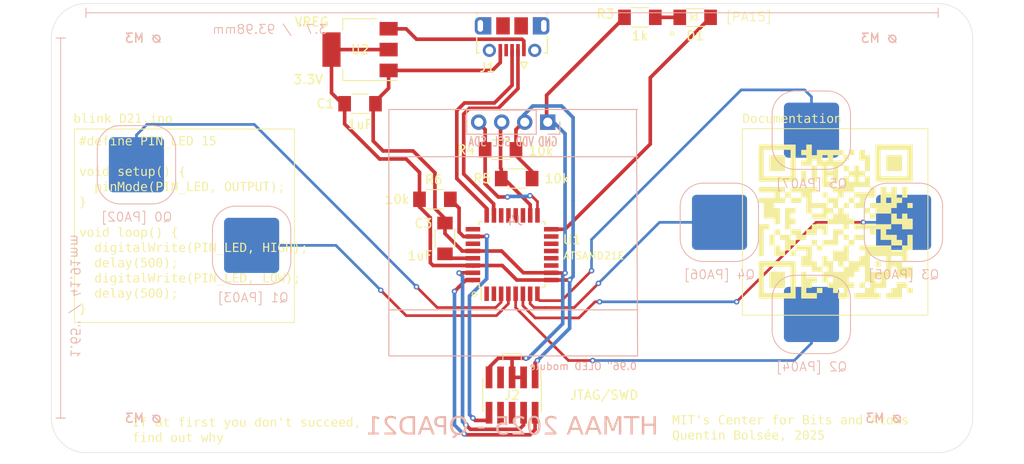
<source format=kicad_pcb>
(kicad_pcb
	(version 20241229)
	(generator "pcbnew")
	(generator_version "9.0")
	(general
		(thickness 1.6)
		(legacy_teardrops no)
	)
	(paper "A4")
	(layers
		(0 "F.Cu" signal)
		(2 "B.Cu" signal)
		(9 "F.Adhes" user "F.Adhesive")
		(11 "B.Adhes" user "B.Adhesive")
		(13 "F.Paste" user)
		(15 "B.Paste" user)
		(5 "F.SilkS" user "F.Silkscreen")
		(7 "B.SilkS" user "B.Silkscreen")
		(1 "F.Mask" user)
		(3 "B.Mask" user)
		(17 "Dwgs.User" user "User.Drawings")
		(19 "Cmts.User" user "User.Comments")
		(21 "Eco1.User" user "User.Eco1")
		(23 "Eco2.User" user "User.Eco2")
		(25 "Edge.Cuts" user)
		(27 "Margin" user)
		(31 "F.CrtYd" user "F.Courtyard")
		(29 "B.CrtYd" user "B.Courtyard")
		(35 "F.Fab" user)
		(33 "B.Fab" user)
		(39 "User.1" user)
		(41 "User.2" user)
		(43 "User.3" user)
		(45 "User.4" user)
	)
	(setup
		(pad_to_mask_clearance 0)
		(allow_soldermask_bridges_in_footprints no)
		(tenting front back)
		(pcbplotparams
			(layerselection 0x00000000_00000000_55555555_5755f5ff)
			(plot_on_all_layers_selection 0x00000000_00000000_00000000_00000000)
			(disableapertmacros no)
			(usegerberextensions no)
			(usegerberattributes yes)
			(usegerberadvancedattributes yes)
			(creategerberjobfile yes)
			(dashed_line_dash_ratio 12.000000)
			(dashed_line_gap_ratio 3.000000)
			(svgprecision 4)
			(plotframeref no)
			(mode 1)
			(useauxorigin no)
			(hpglpennumber 1)
			(hpglpenspeed 20)
			(hpglpendiameter 15.000000)
			(pdf_front_fp_property_popups yes)
			(pdf_back_fp_property_popups yes)
			(pdf_metadata yes)
			(pdf_single_document no)
			(dxfpolygonmode yes)
			(dxfimperialunits yes)
			(dxfusepcbnewfont yes)
			(psnegative no)
			(psa4output no)
			(plot_black_and_white yes)
			(plotinvisibletext no)
			(sketchpadsonfab no)
			(plotpadnumbers no)
			(hidednponfab no)
			(sketchdnponfab yes)
			(crossoutdnponfab yes)
			(subtractmaskfromsilk no)
			(outputformat 1)
			(mirror no)
			(drillshape 0)
			(scaleselection 1)
			(outputdirectory "gerber")
		)
	)
	(net 0 "")
	(net 1 "unconnected-(J1-SHIELD1-PadSH1)")
	(net 2 "unconnected-(J1-SHIELD3-PadSH3)")
	(net 3 "unconnected-(J1-SHIELD2-PadSH2)")
	(net 4 "unconnected-(J1-SHIELD4-PadSH4)")
	(net 5 "GND")
	(net 6 "+3.3V")
	(net 7 "+5V")
	(net 8 "Net-(U1-VDDCORE)")
	(net 9 "/DATA+")
	(net 10 "/DATA-")
	(net 11 "unconnected-(J2-Pin_8-Pad8)")
	(net 12 "/nRESET")
	(net 13 "/SWDIO")
	(net 14 "unconnected-(J2-Pin_6-Pad6)")
	(net 15 "/SWCLK")
	(net 16 "unconnected-(J2-Pin_7-Pad7)")
	(net 17 "/SDA")
	(net 18 "/SCL")
	(net 19 "/TOUCH2")
	(net 20 "unconnected-(U1-PA23-Pad22)")
	(net 21 "unconnected-(U1-PA14-Pad15)")
	(net 22 "unconnected-(U1-PA19-Pad20)")
	(net 23 "/TOUCH3")
	(net 24 "unconnected-(U1-PA27-Pad25)")
	(net 25 "unconnected-(U1-PA10-Pad13)")
	(net 26 "unconnected-(U1-PA01-Pad2)")
	(net 27 "unconnected-(U1-PA28-Pad27)")
	(net 28 "unconnected-(U1-PA11-Pad14)")
	(net 29 "/TOUCH4")
	(net 30 "unconnected-(U1-PA09-Pad12)")
	(net 31 "/TOUCH1")
	(net 32 "/TOUCH0")
	(net 33 "unconnected-(U1-PA22-Pad21)")
	(net 34 "unconnected-(U1-PA08-Pad11)")
	(net 35 "/TOUCH5")
	(net 36 "unconnected-(U1-PA18-Pad19)")
	(net 37 "/LED")
	(net 38 "unconnected-(U1-PA00-Pad1)")
	(net 39 "Net-(D1-K)")
	(net 40 "unconnected-(J1-ID-Pad4)")
	(net 41 "unconnected-(J1-SHIELD5-PadSH5)")
	(net 42 "unconnected-(J1-SHIELD6-PadSH6)")
	(footprint "fab:PinHeader_2x05_P1.27mm_Vertical_SMD" (layer "F.Cu") (at 139.7 111.76 -90))
	(footprint "fab:TQFP-32_7x7mm_P0.8mm" (layer "F.Cu") (at 139.7 96.266 90))
	(footprint "MountingHole:MountingHole_3.2mm_M3" (layer "F.Cu") (at 186.69 114.3))
	(footprint "fab:C_1206" (layer "F.Cu") (at 132.302 94.488 -90))
	(footprint "MountingHole:MountingHole_3.2mm_M3" (layer "F.Cu") (at 92.71 72.39))
	(footprint "fab:LED_1206" (layer "F.Cu") (at 159.893 70.104))
	(footprint "fab:R_1206" (layer "F.Cu") (at 138.43 84.709))
	(footprint "footprints:MOLEX_1050170001" (layer "F.Cu") (at 139.7 69.596 180))
	(footprint "fab:R_1206" (layer "F.Cu") (at 153.797 70.104))
	(footprint "MountingHole:MountingHole_3.2mm_M3" (layer "F.Cu") (at 186.69 72.39))
	(footprint "fab:R_1206" (layer "F.Cu") (at 131.191 90.17 180))
	(footprint "fab:SOT-223-3_TabPin2" (layer "F.Cu") (at 122.936 73.66 180))
	(footprint "MountingHole:MountingHole_3.2mm_M3" (layer "F.Cu") (at 92.71 114.3))
	(footprint "fab:C_1206" (layer "F.Cu") (at 122.936 79.629))
	(footprint "fab:R_1206" (layer "F.Cu") (at 140.208 87.884))
	(footprint "footprints:Display_128x64_096_I2C" (layer "B.Cu") (at 139.827 81.661 180))
	(gr_rect
		(start 170.18 100.33)
		(end 175.26 105.41)
		(stroke
			(width 1)
			(type solid)
		)
		(fill yes)
		(layers "B.Cu" "B.Mask")
		(net 19)
		(uuid "099e1744-420e-411d-80b1-ba6c7348a549")
	)
	(gr_rect
		(start 95.736998 83.82)
		(end 100.816998 88.9)
		(stroke
			(width 1)
			(type solid)
		)
		(fill yes)
		(layers "B.Cu" "B.Mask")
		(net 32)
		(uuid "1c57cc5a-9f0f-4c3c-942f-b913c729d6f8")
	)
	(gr_rect
		(start 108.436999 92.709999)
		(end 113.516999 97.789999)
		(stroke
			(width 1)
			(type solid)
		)
		(fill yes)
		(layers "B.Cu" "B.Mask")
		(net 31)
		(uuid "47ef1163-4856-4207-a63a-265b98545e8a")
	)
	(gr_rect
		(start 160.038051 90.17)
		(end 165.118051 95.25)
		(stroke
			(width 1)
			(type solid)
		)
		(fill yes)
		(layers "B.Cu" "B.Mask")
		(net 29)
		(uuid "ba48a0d1-a837-429a-884e-ec1c3dcb0a3c")
	)
	(gr_rect
		(start 180.34 90.17)
		(end 185.42 95.25)
		(stroke
			(width 1)
			(type solid)
		)
		(fill yes)
		(layers "B.Cu" "B.Mask")
		(net 23)
		(uuid "c339f9b6-cf83-4ce4-a4ad-f771dba50afb")
	)
	(gr_rect
		(start 170.18 80.01)
		(end 175.26 85.09)
		(stroke
			(width 1)
			(type solid)
		)
		(fill yes)
		(layers "B.Cu" "B.Mask")
		(net 35)
		(uuid "dc7ce849-43b1-4baf-8a50-b67de3040811")
	)
	(gr_poly
		(pts
			(xy 183.298509 99.638738) (xy 183.298509 99.94428) (xy 183.0057 99.94428) (xy 182.712892 99.94428)
			(xy 182.712892 100.529897) (xy 182.712892 101.11553) (xy 181.834458 101.11553) (xy 180.956025 101.11553)
			(xy 180.956033 100.809988) (xy 180.956033 100.504446) (xy 181.236116 100.504446) (xy 181.516183 100.504446)
			(xy 181.516183 100.224363) (xy 181.516183 99.94428) (xy 181.821733 99.94428) (xy 182.127275 99.94428)
			(xy 182.127275 99.638738) (xy 182.127275 99.333196) (xy 182.712892 99.333196) (xy 183.298509 99.333196)
		)
		(stroke
			(width -0.000001)
			(type solid)
		)
		(fill yes)
		(layer "F.SilkS")
		(uuid "00f3694f-2b18-4eaf-ae9a-9a1337d60622")
	)
	(gr_poly
		(pts
			(xy 169.803735 99.053114) (xy 169.803735 99.94428) (xy 168.938035 99.94428) (xy 168.072328 99.94428)
			(xy 168.072328 99.053114) (xy 168.072328 98.161955) (xy 168.938035 98.161955) (xy 169.803735 98.161955)
		)
		(stroke
			(width -0.000001)
			(type solid)
		)
		(fill yes)
		(layer "F.SilkS")
		(uuid "0236a1e8-d4c2-4f87-8049-bcb54f6daa6f")
	)
	(gr_poly
		(pts
			(xy 179.784783 92.025655) (xy 179.784783 92.305738) (xy 179.479241 92.305738) (xy 179.173692 92.305738)
			(xy 179.173692 92.025655) (xy 179.173692 91.745573) (xy 179.479241 91.745573) (xy 179.784783 91.745573)
		)
		(stroke
			(width -0.000001)
			(type solid)
		)
		(fill yes)
		(layer "F.SilkS")
		(uuid "064cbb72-ea3d-461d-b927-0fbba391b24b")
	)
	(gr_poly
		(pts
			(xy 183.884156 86.182165) (xy 183.884156 88.231832) (xy 181.834474 88.231832) (xy 179.784799 88.231832)
			(xy 179.784799 86.182165) (xy 180.344956 86.182165) (xy 180.344956 87.646215) (xy 181.82174 87.646215)
			(xy 183.298524 87.646215) (xy 183.298524 86.182165) (xy 183.298524 84.718107) (xy 181.82174 84.718107)
			(xy 180.344956 84.718107) (xy 180.344956 86.182165) (xy 179.784799 86.182165) (xy 179.784799 84.132482)
			(xy 181.834474 84.132482) (xy 183.884156 84.132482)
		)
		(stroke
			(width -0.000001)
			(type solid)
		)
		(fill yes)
		(layer "F.SilkS")
		(uuid "0f60e60c-a525-4570-b364-b6fb4c776b34")
	)
	(gr_poly
		(pts
			(xy 176.831185 94.368147) (xy 176.831185 94.648222) (xy 176.55111 94.648222) (xy 176.271028 94.648222)
			(xy 176.271028 94.368139) (xy 176.271028 94.088064) (xy 176.551103 94.088064) (xy 176.831185 94.088064)
		)
		(stroke
			(width -0.000001)
			(type solid)
		)
		(fill yes)
		(layer "F.SilkS")
		(uuid "14b365bb-0d69-4bce-ad07-b02b2fb97bcb")
	)
	(gr_rect
		(start 91.44 82.423)
		(end 115.697 103.759)
		(stroke
			(width 0.1)
			(type default)
		)
		(fill no)
		(layer "F.SilkS")
		(uuid "150ef3e4-a3c8-4f6d-8c33-dd88ed4833f2")
	)
	(gr_poly
		(pts
			(xy 183.884141 90.854414) (xy 183.884141 91.134496) (xy 183.591332 91.134496) (xy 183.298509 91.134496)
			(xy 183.298509 90.854414) (xy 183.298509 90.574331) (xy 183.591332 90.574331) (xy 183.884141 90.574331)
		)
		(stroke
			(width -0.000001)
			(type solid)
		)
		(fill yes)
		(layer "F.SilkS")
		(uuid "2e58ebed-779d-4e0b-9dd8-110934c0e8fc")
	)
	(gr_poly
		(pts
			(xy 169.243569 93.782507) (xy 169.243569 94.088049) (xy 168.938027 94.088049) (xy 168.632478 94.088049)
			(xy 168.632478 94.673666) (xy 168.632478 95.259298) (xy 168.352403 95.259298) (xy 168.07232 95.259298)
			(xy 168.07232 94.673666) (xy 168.07232 94.088049) (xy 168.352403 94.088049) (xy 168.632478 94.088049)
			(xy 168.632478 93.782507) (xy 168.632478 93.476965) (xy 168.938027 93.476965) (xy 169.243569 93.476965)
		)
		(stroke
			(width -0.000001)
			(type solid)
		)
		(fill yes)
		(layer "F.SilkS")
		(uuid "32f74489-342f-4bbc-b67c-b6694e7f5d18")
	)
	(gr_poly
		(pts
			(xy 176.271051 85.889333) (xy 176.27102 85.889333) (xy 176.27102 85.889326) (xy 176.271051 85.889326)
		)
		(stroke
			(width -0.000001)
			(type solid)
		)
		(fill yes)
		(layer "F.SilkS")
		(uuid "3e6197b0-3649-4b0c-a768-76ce82e6ff0d")
	)
	(gr_poly
		(pts
			(xy 182.712907 86.182165) (xy 182.712907 87.060598) (xy 181.834474 87.060598) (xy 180.95604 87.060598)
			(xy 180.95604 86.182165) (xy 180.95604 85.303724) (xy 181.834474 85.303724) (xy 182.712907 85.303724)
		)
		(stroke
			(width -0.000001)
			(type solid)
		)
		(fill yes)
		(layer "F.SilkS")
		(uuid "4ad01adc-af8c-421c-a784-2ff0439e384c")
	)
	(gr_poly
		(pts
			(xy 176.271028 94.088064) (xy 176.27102 94.088064) (xy 176.27102 94.088056) (xy 176.271028 94.088056)
		)
		(stroke
			(width -0.000001)
			(type solid)
		)
		(fill yes)
		(layer "F.SilkS")
		(uuid "53ed24dd-8866-4cbd-bf16-9af1e523f167")
	)
	(gr_poly
		(pts
			(xy 170.414804 93.47698) (xy 170.414788 93.47698) (xy 170.414788 93.476965) (xy 170.414804 93.476965)
		)
		(stroke
			(width -0.000001)
			(type solid)
		)
		(fill yes)
		(layer "F.SilkS")
		(uuid "54f3f69e-19bc-4960-9e02-6bad7a0b90f1")
	)
	(gr_poly
		(pts
			(xy 172.757272 84.718092) (xy 172.757272 85.303709) (xy 173.037362 85.303709) (xy 173.317445 85.303709)
			(xy 173.317445 85.0109) (xy 173.317445 84.718092) (xy 174.794229 84.718092) (xy 176.27102 84.718092)
			(xy 176.27102 85.0109) (xy 176.27102 85.303709) (xy 176.551103 85.303709) (xy 176.831185 85.303709)
			(xy 176.831185 85.0109) (xy 176.831185 84.718092) (xy 177.136727 84.718092) (xy 177.442277 84.718092)
			(xy 177.442277 85.0109) (xy 177.442277 85.303709) (xy 177.136727 85.303709) (xy 176.831185 85.303709)
			(xy 176.831185 85.596517) (xy 176.831185 85.889326) (xy 176.551103 85.889326) (xy 176.271051 85.889326)
			(xy 176.271051 85.596525) (xy 176.271051 85.303716) (xy 175.685433 85.303716) (xy 175.099816 85.303716)
			(xy 175.099816 85.596525) (xy 175.099816 85.889333) (xy 175.685433 85.889333) (xy 176.27102 85.889333)
			(xy 176.27102 86.18215) (xy 176.27102 86.474958) (xy 176.551103 86.474958) (xy 176.831185 86.474958)
			(xy 176.831185 86.767767) (xy 176.831185 87.060575) (xy 177.136727 87.060575) (xy 177.442277 87.060575)
			(xy 177.442277 86.767767) (xy 177.442277 86.474958) (xy 177.72236 86.474958) (xy 178.002442 86.474958)
			(xy 178.002442 86.767767) (xy 178.002442 87.060575) (xy 178.307984 87.060575) (xy 178.613526 87.060575)
			(xy 178.613526 86.474958) (xy 178.613526 85.889326) (xy 178.307984 85.889326) (xy 178.002442 85.889326)
			(xy 178.002442 85.303709) (xy 178.002442 84.718092) (xy 178.307984 84.718092) (xy 178.613526 84.718092)
			(xy 178.613526 85.0109) (xy 178.613526 85.303709) (xy 178.893609 85.303709) (xy 179.173692 85.303709)
			(xy 179.173692 86.18215) (xy 179.173692 87.060583) (xy 178.893609 87.060583) (xy 178.613526 87.060583)
			(xy 178.613526 87.353391) (xy 178.613526 87.6462) (xy 178.893609 87.6462) (xy 179.173692 87.6462)
			(xy 179.173692 88.231817) (xy 179.173692 88.817449) (xy 179.479241 88.817449) (xy 179.784783 88.817449)
			(xy 179.784783 89.403066) (xy 179.784783 89.988683) (xy 179.199166 89.988683) (xy 178.613534 89.988683)
			(xy 178.613534 90.561575) (xy 178.613534 91.134473) (xy 178.893617 91.134473) (xy 179.173677 91.134473)
			(xy 179.173677 91.440008) (xy 179.173677 91.74555) (xy 178.893594 91.74555) (xy 178.613511 91.74555)
			(xy 178.613511 91.440008) (xy 178.613511 91.134466) (xy 178.027894 91.134466) (xy 177.442277 91.134466)
			(xy 177.442277 90.854383) (xy 177.442277 90.574331) (xy 177.13675 90.574331) (xy 176.831208 90.574331)
			(xy 176.831208 90.854414) (xy 176.831208 91.134496) (xy 176.551126 91.134496) (xy 176.271043 91.134496)
			(xy 176.271043 90.854414) (xy 176.271043 90.574331) (xy 176.551126 90.574331) (xy 176.831208 90.574331)
			(xy 176.831208 90.281507) (xy 176.831208 89.988699) (xy 177.13675 89.988699) (xy 177.4423 89.988699)
			(xy 177.4423 90.281507) (xy 177.4423 90.5743) (xy 177.72236 90.5743) (xy 178.002442 90.5743) (xy 178.002442 90.281477)
			(xy 178.002442 89.988668) (xy 177.72236 89.988668) (xy 177.442277 89.988668) (xy 177.442277 89.69586)
			(xy 177.442277 89.403051) (xy 178.307977 89.403051) (xy 179.173677 89.403051) (xy 179.173677 89.110243)
			(xy 179.173677 88.817434) (xy 178.307977 88.817434) (xy 177.442277 88.817434) (xy 177.442277 89.110243)
			(xy 177.442277 89.403051) (xy 176.856645 89.403051) (xy 176.271028 89.403051) (xy 176.271028 89.69586)
			(xy 176.271028 89.988668) (xy 175.965486 89.988668) (xy 175.659944 89.988668) (xy 175.659944 90.561559)
			(xy 175.659944 91.134458) (xy 175.379861 91.134458) (xy 175.099778 91.134458) (xy 175.099778 90.854376)
			(xy 175.099778 90.574293) (xy 174.794229 90.574293) (xy 174.488687 90.574293) (xy 174.488687 90.854376)
			(xy 174.488687 91.134458) (xy 174.794229 91.134458) (xy 175.099778 91.134458) (xy 175.099778 91.44)
			(xy 175.099778 91.745542) (xy 174.794229 91.745542) (xy 174.488687 91.745542) (xy 174.488687 92.025625)
			(xy 174.488687 92.305708) (xy 174.794229 92.305708) (xy 175.099778 92.305708) (xy 175.099778 92.025625)
			(xy 175.099778 91.745542) (xy 175.379861 91.745542) (xy 175.659944 91.745542) (xy 175.659944 91.44)
			(xy 175.659944 91.134458) (xy 175.965486 91.134458) (xy 176.271028 91.134458) (xy 176.271028 91.44)
			(xy 176.271028 91.745542) (xy 176.55111 91.745542) (xy 176.831193 91.745542) (xy 176.831193 92.025625)
			(xy 176.831193 92.305708) (xy 177.136735 92.305708) (xy 177.442285 92.305708) (xy 177.442285 92.61125)
			(xy 177.442285 92.916799) (xy 179.479226 92.916799) (xy 181.51616 92.916799) (xy 181.51616 92.331167)
			(xy 181.51616 91.74555) (xy 180.650468 91.74555) (xy 179.784768 91.74555) (xy 179.784768 91.440008)
			(xy 179.784768 91.134466) (xy 179.479226 91.134466) (xy 179.173699 91.134466) (xy 179.173699 90.854391)
			(xy 179.173699 90.574308) (xy 179.759332 90.574308) (xy 180.344949 90.574308) (xy 180.344949 90.2815)
			(xy 180.956025 90.2815) (xy 180.956025 90.574323) (xy 181.236108 90.574323) (xy 181.516175 90.574323)
			(xy 181.516175 90.2815) (xy 181.516175 89.988691) (xy 181.236108 89.988691) (xy 180.956025 89.988691)
			(xy 180.956025 90.2815) (xy 180.344949 90.2815) (xy 180.344949 89.695867) (xy 180.344949 88.817434)
			(xy 180.650491 88.817434) (xy 180.956033 88.817434) (xy 180.956033 89.110243) (xy 180.956033 89.403051)
			(xy 181.236116 89.403051) (xy 181.516183 89.403051) (xy 181.516183 89.110243) (xy 181.516183 88.817434)
			(xy 181.821733 88.817434) (xy 182.127275 88.817434) (xy 182.127275 89.403051) (xy 182.127275 89.988668)
			(xy 182.420083 89.988668) (xy 182.712892 89.988668) (xy 182.712892 89.403051) (xy 182.712892 88.817434)
			(xy 183.0057 88.817434) (xy 183.298509 88.817434) (xy 183.298509 89.403051) (xy 183.298509 89.988668)
			(xy 183.0057 89.988668) (xy 182.712892 89.988668) (xy 182.712892 90.281477) (xy 182.712892 90.5743)
			(xy 182.420083 90.5743) (xy 182.127275 90.5743) (xy 182.127275 90.854383) (xy 182.127275 91.134466)
			(xy 181.821733 91.134466) (xy 181.516183 91.134466) (xy 181.516183 91.440008) (xy 181.516183 91.74555)
			(xy 181.821733 91.74555) (xy 182.127275 91.74555) (xy 182.127275 92.025633) (xy 182.127275 92.305715)
			(xy 182.420083 92.305715) (xy 182.712892 92.305715) (xy 182.712892 92.025633) (xy 182.712892 91.74555)
			(xy 183.0057 91.74555) (xy 183.298509 91.74555) (xy 183.298509 92.025633) (xy 183.298509 92.305715)
			(xy 183.591332 92.305715) (xy 183.884141 92.305715) (xy 183.884141 92.891332) (xy 183.884141 93.476965)
			(xy 183.298509 93.476965) (xy 182.712892 93.476965) (xy 182.712892 93.196882) (xy 182.712892 92.916799)
			(xy 182.114541 92.916799) (xy 181.516183 92.916799) (xy 181.516183 93.196882) (xy 181.516183 93.476965)
			(xy 181.236116 93.476965) (xy 180.956033 93.476965) (xy 180.956033 93.782507) (xy 180.956033 94.088049)
			(xy 181.54165 94.088049) (xy 182.127267 94.088049) (xy 182.127267 94.368131) (xy 182.127267 94.648214)
			(xy 182.420075 94.648214) (xy 182.712884 94.648214) (xy 182.712884 94.953764) (xy 182.712884 95.259306)
			(xy 183.005693 95.259306) (xy 183.298501 95.259306) (xy 183.298501 94.673673) (xy 183.298501 94.088056)
			(xy 183.591325 94.088056) (xy 183.884133 94.088056) (xy 183.884133 94.953764) (xy 183.884133 95.819463)
			(xy 183.591325 95.819463) (xy 183.298501 95.819463) (xy 183.298501 96.40508) (xy 183.298501 96.990698)
			(xy 183.005693 96.990698) (xy 182.712884 96.990698) (xy 182.712884 96.71063) (xy 182.712884 96.430547)
			(xy 182.114533 96.430547) (xy 181.516175 96.430547) (xy 181.516175 96.71063) (xy 181.516175 96.990713)
			(xy 182.114533 96.990713) (xy 182.712884 96.990713) (xy 182.712884 97.296247) (xy 182.712884 97.601789)
			(xy 183.298501 97.601789) (xy 183.884133 97.601789) (xy 183.884133 98.187406) (xy 183.884133 98.773023)
			(xy 183.005693 98.773023) (xy 182.127259 98.773023) (xy 182.127259 98.187406) (xy 182.127259 97.601789)
			(xy 181.821717 97.601789) (xy 181.516168 97.601789) (xy 181.516168 98.187406) (xy 181.516168 98.773023)
			(xy 181.2361 98.773023) (xy 180.956018 98.773023) (xy 180.956018 99.358656) (xy 180.956018 99.944273)
			(xy 180.370393 99.944273) (xy 179.784776 99.944273) (xy 179.784776 100.224355) (xy 179.784776 100.504438)
			(xy 180.064858 100.504438) (xy 180.344941 100.504438) (xy 180.344941 100.80998) (xy 180.344941 101.11553)
			(xy 178.893609 101.11553) (xy 177.442292 101.11553) (xy 177.442292 100.80998) (xy 177.442292 100.504438)
			(xy 178.027909 100.504438) (xy 178.613526 100.504438) (xy 178.613526 100.224355) (xy 178.613526 99.944296)
			(xy 178.893609 99.944296) (xy 179.173692 99.944296) (xy 179.173692 99.638754) (xy 179.173692 99.333212)
			(xy 178.893609 99.333212) (xy 178.613526 99.333212) (xy 178.613526 99.638754) (xy 178.613526 99.944273)
			(xy 178.307984 99.944273) (xy 178.002442 99.944273) (xy 178.002442 99.638731) (xy 178.002442 99.333189)
			(xy 178.307984 99.333189) (xy 178.613526 99.333189) (xy 178.613526 99.053121) (xy 179.784776 99.053121)
			(xy 179.784776 99.333212) (xy 180.064858 99.333212) (xy 180.344941 99.333212) (xy 180.344941 99.053121)
			(xy 180.344941 98.773039) (xy 180.064858 98.773039) (xy 179.784776 98.773039) (xy 179.784776 99.053121)
			(xy 178.613526 99.053121) (xy 178.613526 98.467481) (xy 178.613526 97.601782) (xy 178.307984 97.601782)
			(xy 178.002442 97.601782) (xy 178.002442 97.881864) (xy 178.002442 98.161947) (xy 177.72236 98.161947)
			(xy 177.442277 98.161947) (xy 177.442277 98.467489) (xy 177.442277 98.773031) (xy 177.136727 98.773031)
			(xy 176.831185 98.773031) (xy 176.831185 99.053114) (xy 176.831185 99.333204) (xy 177.136727 99.333204)
			(xy 177.442277 99.333204) (xy 177.442277 99.638746) (xy 177.442277 99.944288) (xy 177.136727 99.944288)
			(xy 176.831185 99.944288) (xy 176.831185 100.529905) (xy 176.831185 101.115537) (xy 176.245568 101.115537)
			(xy 175.659951 101.115537) (xy 175.659967 100.809988) (xy 175.659967 100.504453) (xy 175.965501 100.504453)
			(xy 176.271043 100.504453) (xy 176.271043 100.224371) (xy 176.271043 99.944288) (xy 175.965501 99.944288)
			(xy 175.659959 99.944288) (xy 175.659959 100.224371) (xy 175.659959 100.504446) (xy 175.379884 100.504446)
			(xy 175.099801 100.504446) (xy 175.099801 100.224363) (xy 175.099801 99.94428) (xy 174.794251 99.94428)
			(xy 174.48871 99.94428) (xy 174.48871 99.638738) (xy 174.48871 99.333212) (xy 174.794251 99.333212)
			(xy 175.099801 99.333212) (xy 175.099801 99.053121) (xy 175.099801 98.773039) (xy 174.794251 98.773039)
			(xy 174.48871 98.773039) (xy 174.48871 99.053121) (xy 174.48871 99.333196) (xy 174.208627 99.333196)
			(xy 173.928544 99.333196) (xy 173.928544 98.747564) (xy 173.928544 98.161947) (xy 174.208619 98.161947)
			(xy 174.488702 98.161947) (xy 174.48871 97.881879) (xy 174.48871 97.601797) (xy 174.208627 97.601797)
			(xy 173.928544 97.601797) (xy 173.928544 97.01618) (xy 173.928544 96.430547) (xy 174.208627 96.430547)
			(xy 174.48871 96.430547) (xy 174.48871 96.71063) (xy 174.48871 96.990713) (xy 174.794251 96.990713)
			(xy 175.099793 96.990713) (xy 175.099793 96.405096) (xy 175.099793 95.819479) (xy 175.685411 95.819479)
			(xy 176.271028 95.819479) (xy 176.271028 95.539396) (xy 176.271028 95.259313) (xy 176.55111 95.259313)
			(xy 176.831193 95.259313) (xy 176.831193 94.953771) (xy 176.831193 94.648229) (xy 177.136727 94.648229)
			(xy 177.442277 94.648229) (xy 177.442277 94.368147) (xy 177.442277 94.088064) (xy 178.027894 94.088064)
			(xy 178.613511 94.088064) (xy 178.613511 94.368147) (xy 178.613511 94.648229) (xy 178.027894 94.648229)
			(xy 177.442277 94.648229) (xy 177.442277 94.953779) (xy 177.442277 95.259321) (xy 177.136727 95.259321)
			(xy 176.831185 95.259321) (xy 176.831185 96.125021) (xy 176.831185 96.99072) (xy 176.551103 96.99072)
			(xy 176.27102 96.99072) (xy 176.27102 97.29627) (xy 176.27102 97.601812) (xy 175.965478 97.601812)
			(xy 175.659936 97.601812) (xy 175.659959 97.296262) (xy 175.659959 96.990713) (xy 175.379876 96.990713)
			(xy 175.099801 96.990713) (xy 175.099801 97.576345) (xy 175.099801 98.161962) (xy 175.685418 98.161962)
			(xy 176.271035 98.161962) (xy 176.271035 97.881879) (xy 176.271035 97.601797) (xy 176.551118 97.601797)
			(xy 176.831201 97.601797) (xy 176.831201 97.296262) (xy 179.173699 97.296262) (xy 179.173699 98.161962)
			(xy 180.064866 98.161962) (xy 180.956025 98.161962) (xy 180.956025 97.296262) (xy 180.956025 96.430555)
			(xy 180.064866 96.430555) (xy 179.173699 96.430555) (xy 179.173699 97.296262) (xy 176.831201 97.296262)
			(xy 176.831201 97.296255) (xy 176.831201 96.990705) (xy 177.416833 96.990705) (xy 178.00245 96.990705)
			(xy 178.00245 96.710622) (xy 178.00245 96.43054) (xy 178.307992 96.43054) (xy 178.613534 96.43054)
			(xy 178.613534 96.124998) (xy 178.613534 95.819456) (xy 178.307992 95.819456) (xy 178.00245 95.819456)
			(xy 178.00245 95.539373) (xy 178.00245 95.25929) (xy 179.759316 95.25929) (xy 181.516168 95.25929)
			(xy 181.516168 95.539373) (xy 181.516168 95.819456) (xy 182.114526 95.819456) (xy 182.712876 95.819456)
			(xy 182.712876 95.539373) (xy 182.712876 95.25929) (xy 182.114526 95.25929) (xy 181.516168 95.25929)
			(xy 181.516168 94.953748) (xy 181.516168 94.648199) (xy 180.930558 94.648199) (xy 180.344934 94.648199)
			(xy 180.344934 94.062582) (xy 180.344934 93.476965) (xy 180.064851 93.476965) (xy 179.784768 93.476965)
			(xy 179.784768 93.782507) (xy 179.784768 94.088049) (xy 179.479226 94.088049) (xy 179.173677 94.088049)
			(xy 179.173677 93.782507) (xy 179.173677 93.476965) (xy 178.307977 93.476965) (xy 177.442277 93.476965)
			(xy 177.442277 93.196882) (xy 177.442277 92.916799) (xy 177.136735 92.916799) (xy 176.831193 92.916799)
			(xy 176.831193 93.196882) (xy 176.831193 93.476965) (xy 176.55111 93.476965) (xy 176.271028 93.476965)
			(xy 176.271028 93.196882) (xy 176.271028 92.916799) (xy 175.379869 92.916799) (xy 174.488702 92.916799)
			(xy 174.488702 93.502416) (xy 174.488702 94.088033) (xy 174.208619 94.088033) (xy 173.928536 94.088033)
			(xy 173.928536 93.782491) (xy 173.928536 93.476949) (xy 173.622994 93.476949) (xy 173.317452 93.476949)
			(xy 173.317452 93.782491) (xy 173.317452 94.088033) (xy 172.73182 94.088033) (xy 172.146203 94.088033)
			(xy 172.146203 93.782522) (xy 172.146203 93.47698) (xy 172.451745 93.47698) (xy 172.757287 93.47698)
			(xy 172.757287 93.196897) (xy 172.757287 92.916814) (xy 173.622994 92.916814) (xy 174.488694 92.916814)
			(xy 174.488694 92.611265) (xy 174.488694 92.305723) (xy 173.622994 92.305723) (xy 172.757287 92.305723)
			(xy 172.757287 92.02564) (xy 172.757287 91.745557) (xy 172.451745 91.745557) (xy 172.146203 91.745557)
			(xy 172.146203 91.440023) (xy 172.757302 91.440023) (xy 172.757302 91.745565) (xy 173.342935 91.745565)
			(xy 173.928552 91.745565) (xy 173.928552 91.440023) (xy 173.928552 91.134481) (xy 173.342935 91.134481)
			(xy 172.757302 91.134481) (xy 172.757302 91.440023) (xy 172.146203 91.440023) (xy 172.146203 90.867124)
			(xy 172.146203 89.988683) (xy 171.86612 89.988683) (xy 171.586068 89.988683) (xy 171.586068 89.695882)
			(xy 171.586068 89.403074) (xy 171.000451 89.403074) (xy 170.414819 89.403074) (xy 170.414819 89.695882)
			(xy 170.414819 89.988691) (xy 171.000451 89.988691) (xy 171.586038 89.988691) (xy 171.586038 90.281492)
			(xy 171.586038 90.574316) (xy 171.000421 90.574316) (xy 170.414788 90.574316) (xy 170.414788 90.281492)
			(xy 170.414788 89.988683) (xy 170.109246 89.988683) (xy 169.803735 89.988683) (xy 169.803735 89.695882)
			(xy 169.803735 89.403074) (xy 169.523652 89.403074) (xy 169.243569 89.403074) (xy 169.243569 89.695882)
			(xy 169.243569 89.988691) (xy 169.523652 89.988691) (xy 169.803704 89.988691) (xy 169.803704 90.281492)
			(xy 169.803704 90.574316) (xy 169.218087 90.574316) (xy 168.632455 90.574316) (xy 168.632455 90.854398)
			(xy 168.632455 91.134481) (xy 168.938005 91.134481) (xy 169.243547 91.134481) (xy 169.243547 92.02564)
			(xy 169.243547 92.916807) (xy 168.938005 92.916807) (xy 168.632455 92.916807) (xy 168.632455 92.611257)
			(xy 168.632455 92.305715) (xy 168.046838 92.305715) (xy 167.461213 92.305715) (xy 167.461213 91.440015)
			(xy 167.461213 90.574316) (xy 167.18113 90.574316) (xy 166.901048 90.574316) (xy 166.901048 90.281492)
			(xy 166.901048 89.988683) (xy 167.766748 89.988683) (xy 168.632447 89.988683) (xy 168.632447 89.695875)
			(xy 168.632447 89.403066) (xy 167.766748 89.403066) (xy 166.901048 89.403066) (xy 166.901048 89.110258)
			(xy 166.901048 88.817449) (xy 168.352372 88.817449) (xy 169.803697 88.817449) (xy 169.803697 89.110258)
			(xy 169.803697 89.403066) (xy 170.109239 89.403066) (xy 170.414781 89.403066) (xy 170.414781 89.110258)
			(xy 170.414781 88.817449) (xy 171.866113 88.817449) (xy 173.317445 88.817449) (xy 173.317445 89.110258)
			(xy 173.317445 89.403066) (xy 173.037362 89.403066) (xy 172.757272 89.403066) (xy 172.757272 89.988683)
			(xy 172.757272 90.574316) (xy 173.622979 90.574316) (xy 174.488679 90.574316) (xy 174.488679 90.281492)
			(xy 174.488679 89.988683) (xy 174.208596 89.988683) (xy 173.928514 89.988683) (xy 173.928514 89.695875)
			(xy 173.928514 89.403066) (xy 174.208596 89.403066) (xy 174.488679 89.403066) (xy 174.488679 89.695875)
			(xy 174.488679 89.988683) (xy 175.074296 89.988683) (xy 175.659928 89.988683) (xy 175.659928 89.695875)
			(xy 175.659928 89.403066) (xy 175.379846 89.403066) (xy 175.099763 89.403066) (xy 175.099763 89.110258)
			(xy 175.099763 88.817449) (xy 174.514131 88.817449) (xy 173.928514 88.817449) (xy 173.928514 87.646223)
			(xy 174.48871 87.646223) (xy 174.48871 87.939031) (xy 174.48871 88.23184) (xy 174.794251 88.23184)
			(xy 175.099801 88.23184) (xy 175.099801 88.524664) (xy 175.099801 88.817472) (xy 175.685418 88.817472)
			(xy 176.271035 88.817472) (xy 176.271051 88.231825) (xy 176.271051 87.646207) (xy 176.551133 87.646207)
			(xy 176.831216 87.646207) (xy 176.831216 87.939016) (xy 176.831216 88.231825) (xy 177.136758 88.231825)
			(xy 177.442308 88.231825) (xy 177.442308 87.939016) (xy 178.002458 87.939016) (xy 178.002458 88.231825)
			(xy 178.308 88.231825) (xy 178.613542 88.231825) (xy 178.613542 87.939016) (xy 178.613542 87.646207)
			(xy 178.308 87.646207) (xy 178.002458 87.646207) (xy 178.002458 87.939016) (xy 177.442308 87.939016)
			(xy 177.442308 87.646207) (xy 177.136758 87.646207) (xy 176.831216 87.646207) (xy 176.831216 87.353399)
			(xy 176.831216 87.06059) (xy 176.551133 87.06059) (xy 176.271051 87.06059) (xy 176.271051 86.767782)
			(xy 176.271051 86.474973) (xy 175.965509 86.474973) (xy 175.659967 86.474973) (xy 175.659967 87.353407)
			(xy 175.659967 88.23184) (xy 175.379884 88.23184) (xy 175.099801 88.23184) (xy 175.099801 87.939031)
			(xy 175.099801 87.646223) (xy 174.794251 87.646223) (xy 174.48871 87.646223) (xy 173.928514 87.646223)
			(xy 173.928514 87.6462) (xy 173.928514 86.767774) (xy 174.488717 86.767774) (xy 174.488717 87.060583)
			(xy 174.794259 87.060583) (xy 175.099809 87.060583) (xy 175.099809 86.767774) (xy 175.099809 86.474966)
			(xy 174.794259 86.474966) (xy 174.488717 86.474966) (xy 174.488717 86.767774) (xy 173.928514 86.767774)
			(xy 173.928514 86.474958) (xy 173.622972 86.474958) (xy 173.317475 86.474958) (xy 173.317475 86.182157)
			(xy 173.317475 85.889333) (xy 173.037393 85.889333) (xy 172.757302 85.889333) (xy 172.757302 86.182157)
			(xy 172.757302 86.474966) (xy 173.037393 86.474966) (xy 173.31743 86.474966) (xy 173.31743 87.353391)
			(xy 173.31743 88.231825) (xy 173.037347 88.231825) (xy 172.757257 88.231825) (xy 172.757257 87.353391)
			(xy 172.757257 86.474958) (xy 172.171639 86.474958) (xy 171.586022 86.474958) (xy 171.586022 86.18215)
			(xy 171.586022 85.889326) (xy 171.866105 85.889326) (xy 172.146188 85.889326) (xy 172.146188 85.596525)
			(xy 173.928552 85.596525) (xy 173.928552 85.889333) (xy 174.208634 85.889333) (xy 174.488717 85.889333)
			(xy 174.488717 85.596525) (xy 174.488717 85.303716) (xy 174.208634 85.303716) (xy 173.928552 85.303716)
			(xy 173.928552 85.596525) (xy 172.146188 85.596525) (xy 172.146188 85.596517) (xy 172.146188 85.303709)
			(xy 171.866105 85.303709) (xy 171.586022 85.303709) (xy 171.586022 85.0109) (xy 171.586022 84.718092)
			(xy 171.866105 84.718092) (xy 172.146188 84.718092) (xy 172.146188 84.425283) (xy 172.146188 84.132475)
			(xy 172.45173 84.132475) (xy 172.757272 84.132475)
		)
		(stroke
			(width -0.000001)
			(type solid)
		)
		(fill yes)
		(layer "F.SilkS")
		(uuid "551b43eb-e611-4ef2-8155-7956f673a6ce")
	)
	(gr_poly
		(pts
			(xy 172.146241 87.646215) (xy 172.146241 88.231832) (xy 171.866159 88.231832) (xy 171.586076 88.231832)
			(xy 171.586076 87.646215) (xy 171.586076 87.060598) (xy 171.866159 87.060598) (xy 172.146241 87.060598)
		)
		(stroke
			(width -0.000001)
			(type solid)
		)
		(fill yes)
		(layer "F.SilkS")
		(uuid "5cc5610d-eee2-4d36-89e6-3af723a8c27e")
	)
	(gr_rect
		(start 165.108886 82.382777)
		(end 185.555886 102.956777)
		(stroke
			(width 0.1)
			(type solid)
		)
		(fill no)
		(layer "F.SilkS")
		(uuid "5d111f2d-9a32-490c-91c5-024c07db34c5")
	)
	(gr_poly
		(pts
			(xy 169.803735 95.819463) (xy 169.803727 95.819463) (xy 169.803727 95.819448) (xy 169.803735 95.819448)
		)
		(stroke
			(width -0.000001)
			(type solid)
		)
		(fill yes)
		(layer "F.SilkS")
		(uuid "7953cecc-2c34-424d-848c-8cbb6582767b")
	)
	(gr_line
		(start 138.684 107.95)
		(end 138.684 107.188)
		(stroke
			(width 0.1)
			(type default)
		)
		(layer "F.SilkS")
		(uuid "7ec176ce-325e-4f44-bc8b-59795c9c3483")
	)
	(gr_poly
		(pts
			(xy 172.146234 98.467497) (xy 172.146234 98.773039) (xy 172.731851 98.773039) (xy 173.317483 98.773039)
			(xy 173.317483 99.053121) (xy 173.317483 99.333212) (xy 173.0374 99.333212) (xy 172.75731 99.333212)
			(xy 172.75731 99.638754) (xy 172.75731 99.944296) (xy 172.451768 99.944296) (xy 172.146226 99.944296)
			(xy 172.146226 100.224378) (xy 172.146226 100.504461) (xy 172.731843 100.504461) (xy 173.317475 100.504461)
			(xy 173.317475 100.224378) (xy 173.317475 99.944296) (xy 173.623017 99.944296) (xy 173.928559 99.944296)
			(xy 173.928559 100.224378) (xy 173.928559 100.504461) (xy 173.623017 100.504461) (xy 173.317475 100.504461)
			(xy 173.317475 100.810003) (xy 173.317475 101.115553) (xy 172.451768 101.115553) (xy 171.586068 101.115553)
			(xy 171.586068 99.638746) (xy 171.586068 98.161955) (xy 171.866151 98.161955) (xy 172.146234 98.161955)
		)
		(stroke
			(width -0.000001)
			(type solid)
		)
		(fill yes)
		(layer "F.SilkS")
		(uuid "916f6cd8-a395-4ac2-9a0a-854366c637b1")
	)
	(gr_poly
		(pts
			(xy 169.803735 89.988691) (xy 169.803704 89.988691) (xy 169.803704 89.988683) (xy 169.803735 89.988683)
		)
		(stroke
			(width -0.000001)
			(type solid)
		)
		(fill yes)
		(layer "F.SilkS")
		(uuid "99726352-cecf-4838-8d04-ab71d49c986a")
	)
	(gr_poly
		(pts
			(xy 179.173699 91.134473) (xy 179.173677 91.134473) (xy 179.173677 91.134466) (xy 179.173699 91.134466)
		)
		(stroke
			(width -0.000001)
			(type solid)
		)
		(fill yes)
		(layer "F.SilkS")
		(uuid "9be7fc3e-c811-4b0b-8b37-ad69ad731dcd")
	)
	(gr_poly
		(pts
			(xy 176.27102 93.782522) (xy 176.27102 94.088056) (xy 175.965486 94.088056) (xy 175.659944 94.088056)
			(xy 175.659944 94.673673) (xy 175.659944 95.259306) (xy 174.794236 95.259306) (xy 173.928536 95.259306)
			(xy 173.928536 95.539388) (xy 173.928536 95.819471) (xy 173.622994 95.819471) (xy 173.317452 95.819471)
			(xy 173.317452 95.539388) (xy 173.317452 95.259306) (xy 173.03737 95.259306) (xy 172.757279 95.259306)
			(xy 172.757279 96.12499) (xy 172.757279 96.99069) (xy 173.03737 96.99069) (xy 173.317452 96.99069)
			(xy 173.317452 97.29624) (xy 173.317452 97.601782) (xy 173.622994 97.601782) (xy 173.928536 97.601782)
			(xy 173.928536 97.881864) (xy 173.928536 98.161947) (xy 173.342927 98.161947) (xy 172.757295 98.161947)
			(xy 172.757295 97.881864) (xy 172.757295 97.601782) (xy 172.171678 97.601782) (xy 171.586061 97.601782)
			(xy 171.586061 97.016164) (xy 171.586061 96.430532) (xy 171.866143 96.430532) (xy 172.146226 96.430532)
			(xy 172.146226 96.12499) (xy 172.146226 95.819448) (xy 171.560609 95.819448) (xy 170.974977 95.819448)
			(xy 170.974977 96.12499) (xy 170.974977 96.430532) (xy 170.694894 96.430532) (xy 170.414811 96.430532)
			(xy 170.414811 96.12499) (xy 170.414811 95.819456) (xy 170.694871 95.819456) (xy 170.974954 95.819456)
			(xy 170.974954 95.539373) (xy 170.974954 95.25929) (xy 171.86612 95.25929) (xy 172.757279 95.25929)
			(xy 172.757279 94.953764) (xy 172.757279 94.648214) (xy 173.03737 94.648214) (xy 173.317452 94.648214)
			(xy 173.317452 94.953764) (xy 173.317452 95.259306) (xy 173.622994 95.259306) (xy 173.928536 95.259306)
			(xy 173.928536 94.953764) (xy 173.928536 94.648214) (xy 174.514154 94.648214) (xy 175.099786 94.648214)
			(xy 175.099786 94.062597) (xy 175.099786 93.47698) (xy 175.685403 93.47698) (xy 176.27102 93.47698)
		)
		(stroke
			(width -0.000001)
			(type solid)
		)
		(fill yes)
		(layer "F.SilkS")
		(uuid "9d44f632-574d-43d5-b039-714b17670aa4")
	)
	(gr_poly
		(pts
			(xy 169.243569 95.539381) (xy 169.243569 95.819463) (xy 169.523652 95.819463) (xy 169.803727 95.819463)
			(xy 169.803727 96.12499) (xy 169.803727 96.430532) (xy 169.21811 96.430532) (xy 168.632478 96.430532)
			(xy 168.632478 95.844915) (xy 168.632478 95.259298) (xy 168.938027 95.259298) (xy 169.243569 95.259298)
		)
		(stroke
			(width -0.000001)
			(type solid)
		)
		(fill yes)
		(layer "F.SilkS")
		(uuid "a2e1d703-662c-44c3-9668-05cd57eb28cb")
	)
	(gr_poly
		(pts
			(xy 170.974954 91.440015) (xy 170.974954 91.745557) (xy 170.694871 91.745557) (xy 170.414788 91.745557)
			(xy 170.414788 92.02564) (xy 170.414788 92.305723) (xy 170.694871 92.305723) (xy 170.974954 92.305723)
			(xy 170.974954 92.611265) (xy 170.974954 92.916814) (xy 170.694871 92.916814) (xy 170.414788 92.916814)
			(xy 170.414788 93.196897) (xy 170.414788 93.476965) (xy 170.109262 93.476965) (xy 169.80372 93.476965)
			(xy 169.80372 92.305715) (xy 169.80372 91.134473) (xy 170.389337 91.134473) (xy 170.974954 91.134473)
		)
		(stroke
			(width -0.000001)
			(type solid)
		)
		(fill yes)
		(layer "F.SilkS")
		(uuid "a3e2fda6-16b1-4205-a9c8-5687909cae98")
	)
	(gr_poly
		(pts
			(xy 171.586068 89.988691) (xy 171.586038 89.988691) (xy 171.586038 89.988683) (xy 171.586068 89.988683)
		)
		(stroke
			(width -0.000001)
			(type solid)
		)
		(fill yes)
		(layer "F.SilkS")
		(uuid "af83f654-9315-4178-970d-67059ec31211")
	)
	(gr_line
		(start 138.684 107.188)
		(end 140.716 107.188)
		(stroke
			(width 0.1)
			(type default)
		)
		(layer "F.SilkS")
		(uuid "b984ca77-2381-4dcc-94a6-6e8f2cb2f596")
	)
	(gr_poly
		(pts
			(xy 170.414804 94.088049) (xy 170.414788 94.088049) (xy 170.414788 94.088033) (xy 170.414804 94.088033)
		)
		(stroke
			(width -0.000001)
			(type solid)
		)
		(fill yes)
		(layer "F.SilkS")
		(uuid "bb9d01ec-6f87-49bb-87e4-23eaeb8564dd")
	)
	(gr_poly
		(pts
			(xy 175.659967 100.504453) (xy 175.659959 100.504453) (xy 175.659959 100.504446) (xy 175.659967 100.504446)
		)
		(stroke
			(width -0.000001)
			(type solid)
		)
		(fill yes)
		(layer "F.SilkS")
		(uuid "bdcc0b35-2ee5-4612-b5f3-e5171094d217")
	)
	(gr_poly
		(pts
			(xy 173.317475 86.474966) (xy 173.31743 86.474966) (xy 173.31743 86.474958) (xy 173.317475 86.474958)
		)
		(stroke
			(width -0.000001)
			(type solid)
		)
		(fill yes)
		(layer "F.SilkS")
		(uuid "beff3762-15b8-449f-a075-aaa86af5910e")
	)
	(gr_poly
		(pts
			(xy 183.884141 100.224363) (xy 183.884141 100.504446) (xy 183.591332 100.504446) (xy 183.298509 100.504446)
			(xy 183.298509 100.224363) (xy 183.298509 99.94428) (xy 183.591332 99.94428) (xy 183.884141 99.94428)
		)
		(stroke
			(width -0.000001)
			(type solid)
		)
		(fill yes)
		(layer "F.SilkS")
		(uuid "c6376fd9-9831-4d06-9b2b-731ae3c5e879")
	)
	(gr_poly
		(pts
			(xy 176.831193 94.648229) (xy 176.831185 94.648229) (xy 176.831185 94.648222) (xy 176.831193 94.648222)
		)
		(stroke
			(width -0.000001)
			(type solid)
		)
		(fill yes)
		(layer "F.SilkS")
		(uuid "ccb5cf2e-ae52-42ab-9006-1c3fd1f61904")
	)
	(gr_poly
		(pts
			(xy 168.072335 93.196905) (xy 168.072335 93.476988) (xy 167.766793 93.476988) (xy 167.461251 93.476988)
			(xy 167.461251 94.953779) (xy 167.461251 96.430563) (xy 167.181169 96.430563) (xy 166.901086 96.430563)
			(xy 166.901086 94.673681) (xy 166.901086 92.916822) (xy 167.486711 92.916822) (xy 168.072335 92.916822)
		)
		(stroke
			(width -0.000001)
			(type solid)
		)
		(fill yes)
		(layer "F.SilkS")
		(uuid "d96947d4-e9ad-4e8e-b1ac-0e728ae4f918")
	)
	(gr_poly
		(pts
			(xy 169.803742 86.182165) (xy 169.803742 87.060598) (xy 168.938043 87.060598) (xy 168.072335 87.060598)
			(xy 168.072335 86.182165) (xy 168.072335 85.303724) (xy 168.938043 85.303724) (xy 169.803742 85.303724)
		)
		(stroke
			(width -0.000001)
			(type solid)
		)
		(fill yes)
		(layer "F.SilkS")
		(uuid "df58da0d-85dd-4db0-92a7-6210cbc6bb4d")
	)
	(gr_line
		(start 140.716 107.188)
		(end 140.716 107.95)
		(stroke
			(width 0.1)
			(type default)
		)
		(layer "F.SilkS")
		(uuid "e3e18754-dc54-4220-8636-ac7c0e686602")
	)
	(gr_poly
		(pts
			(xy 170.974977 86.182165) (xy 170.974977 88.231832) (xy 168.938035 88.231832) (xy 166.901078 88.231832)
			(xy 166.901086 86.182165) (xy 167.461244 86.182165) (xy 167.461244 87.646215) (xy 168.938035 87.646215)
			(xy 170.414819 87.646215) (xy 170.414819 86.182165) (xy 170.414819 84.718107) (xy 168.938035 84.718107)
			(xy 167.461244 84.718107) (xy 167.461244 86.182165) (xy 166.901086 86.182165) (xy 166.901086 84.132482)
			(xy 168.938035 84.132482) (xy 170.974977 84.132482)
		)
		(stroke
			(width -0.000001)
			(type solid)
		)
		(fill yes)
		(layer "F.SilkS")
		(uuid "e69dc74b-a023-40ff-b62e-5fcd8d5f0acd")
	)
	(gr_poly
		(pts
			(xy 170.414811 95.819456) (xy 170.414788 95.819456) (xy 170.414788 95.819448) (xy 170.414811 95.819448)
		)
		(stroke
			(width -0.000001)
			(type solid)
		)
		(fill yes)
		(layer "F.SilkS")
		(uuid "e875e06f-f722-4841-beec-0d8946a83e7d")
	)
	(gr_poly
		(pts
			(xy 171.586038 93.782522) (xy 171.586038 94.088064) (xy 171.86612 94.088064) (xy 172.146203 94.088064)
			(xy 172.146203 94.368116) (xy 172.146203 94.648199) (xy 171.560586 94.648199) (xy 170.974954 94.648199)
			(xy 170.974954 94.368116) (xy 170.974954 94.088033) (xy 170.694871 94.088033) (xy 170.414804 94.088033)
			(xy 170.414804 93.782507) (xy 170.414804 93.47698) (xy 171.000421 93.47698) (xy 171.586038 93.47698)
		)
		(stroke
			(width -0.000001)
			(type solid)
		)
		(fill yes)
		(layer "F.SilkS")
		(uuid "edd3032b-b3d9-4d3a-9b04-55fc97496ca1")
	)
	(gr_poly
		(pts
			(xy 180.344949 97.296262) (xy 180.344949 97.601804) (xy 180.064866 97.601804) (xy 179.784783 97.601804)
			(xy 179.784783 97.296262) (xy 179.784783 96.990713) (xy 180.064866 96.990713) (xy 180.344949 96.990713)
		)
		(stroke
			(width -0.000001)
			(type solid)
		)
		(fill yes)
		(layer "F.SilkS")
		(uuid "f0c5d7f0-fa48-4367-9d14-bf96e2767aa7")
	)
	(gr_poly
		(pts
			(xy 169.829186 94.088049) (xy 170.414788 94.088049) (xy 170.414788 94.368116) (xy 170.414788 94.648199)
			(xy 170.694871 94.648199) (xy 170.974954 94.648199) (xy 170.974954 94.953748) (xy 170.974954 95.25929)
			(xy 170.694871 95.25929) (xy 170.414788 95.25929) (xy 170.414788 95.539373) (xy 170.414788 95.819448)
			(xy 170.109269 95.819448) (xy 169.803735 95.819448) (xy 169.803735 95.233846) (xy 169.803735 94.648214)
			(xy 169.523652 94.648214) (xy 169.243569 94.648214) (xy 169.243569 94.368131) (xy 169.243569 94.088049)
		)
		(stroke
			(width -0.000001)
			(type solid)
		)
		(fill yes)
		(layer "F.SilkS")
		(uuid "f71c267d-1766-466b-a3be-70c07f7c7ec1")
	)
	(gr_poly
		(pts
			(xy 170.974977 99.053114) (xy 170.974977 101.115537) (xy 168.938035 101.115537) (xy 166.901078 101.115537)
			(xy 166.901078 99.053114) (xy 167.461236 99.053114) (xy 167.461236 100.504446) (xy 168.938027 100.504446)
			(xy 170.414811 100.504446) (xy 170.414811 99.053114) (xy 170.414811 97.601797) (xy 168.938027 97.601797)
			(xy 167.461236 97.601797) (xy 167.461236 99.053114) (xy 166.901078 99.053114) (xy 166.901078 96.990705)
			(xy 168.938035 96.990705) (xy 170.974977 96.990705)
		)
		(stroke
			(width -0.000001)
			(type solid)
		)
		(fill yes)
		(layer "F.SilkS")
		(uuid "f7d0a09e-66e7-445f-abe6-b4d2adb112f8")
	)
	(gr_arc
		(start 168.383949 101.092)
		(mid 169.127898 99.295949)
		(end 170.923949 98.552)
		(stroke
			(width 0.1)
			(type default)
		)
		(layer "B.SilkS")
		(uuid "010b032e-a9b0-4ae5-944f-f0977cd83fbc")
	)
	(gr_arc
		(start 106.658999 93.471999)
		(mid 107.402948 91.675949)
		(end 109.198999 90.931999)
		(stroke
			(width 0.1)
			(type default)
		)
		(layer "B.SilkS")
		(uuid "01c2c569-bab4-4304-9bb4-87c87092a597")
	)
	(gr_arc
		(start 109.198999 99.567999)
		(mid 107.402947 98.824051)
		(end 106.658999 97.027999)
		(stroke
			(width 0.1)
			(type default)
		)
		(layer "B.SilkS")
		(uuid "048c3027-4b8a-4203-91b7-36e4951f695a")
	)
	(gr_arc
		(start 177.019949 104.648)
		(mid 176.276 106.444051)
		(end 174.479949 107.188)
		(stroke
			(width 0.1)
			(type default)
		)
		(layer "B.SilkS")
		(uuid "0527451d-d0a1-4263-86c5-05619916dfe2")
	)
	(gr_line
		(start 93.958998 84.582)
		(end 93.958998 88.138)
		(stroke
			(width 0.1)
			(type default)
		)
		(layer "B.SilkS")
		(uuid "122f9286-78a6-4ef8-a620-b2550a96b3f1")
	)
	(gr_line
		(start 166.878 94.488)
		(end 166.878 90.932)
		(stroke
			(width 0.1)
			(type default)
		)
		(layer "B.SilkS")
		(uuid "12d933c6-52e4-4b6d-ae01-1fb00c356c25")
	)
	(gr_line
		(start 90.424 72.39)
		(end 89.408 72.39)
		(stroke
			(width 0.1)
			(type default)
		)
		(layer "B.SilkS")
		(uuid "1eb11ffa-f5ee-4a57-8de2-580529a1e501")
	)
	(gr_arc
		(start 184.63995 88.392001)
		(mid 186.436 89.13595)
		(end 187.17995 90.932001)
		(stroke
			(width 0.1)
			(type default)
		)
		(layer "B.SilkS")
		(uuid "23d40d26-c144-468f-8775-25d5b747ecfb")
	)
	(gr_line
		(start 115.294999 97.027999)
		(end 115.294999 93.471999)
		(stroke
			(width 0.1)
			(type default)
		)
		(layer "B.SilkS")
		(uuid "274245d5-90b3-4534-bcca-549512d0b4e4")
	)
	(gr_line
		(start 181.08395 97.028001)
		(end 184.63995 97.028001)
		(stroke
			(width 0.1)
			(type default)
		)
		(layer "B.SilkS")
		(uuid "2a313935-3937-49d0-a75b-b19a6a9c8a33")
	)
	(gr_arc
		(start 170.923949 107.188)
		(mid 169.127898 106.444051)
		(end 168.383949 104.648)
		(stroke
			(width 0.1)
			(type default)
		)
		(layer "B.SilkS")
		(uuid "2c00416f-a075-41fd-9ccf-37714915abdb")
	)
	(gr_line
		(start 100.054998 82.042)
		(end 96.498998 82.042)
		(stroke
			(width 0.1)
			(type default)
		)
		(layer "B.SilkS")
		(uuid "361fb119-97a7-42e8-8801-2629817a125e")
	)
	(gr_line
		(start 112.754999 90.931999)
		(end 109.198999 90.931999)
		(stroke
			(width 0.1)
			(type default)
		)
		(layer "B.SilkS")
		(uuid "3c7d0771-a9f3-4484-9b7c-e85c3616d998")
	)
	(gr_arc
		(start 178.54395 90.932001)
		(mid 179.287898 89.135949)
		(end 181.08395 88.392001)
		(stroke
			(width 0.1)
			(type default)
		)
		(layer "B.SilkS")
		(uuid "3fd72996-e24f-4fb4-affa-916e212f9098")
	)
	(gr_line
		(start 178.54395 90.932001)
		(end 178.54395 94.488001)
		(stroke
			(width 0.1)
			(type default)
		)
		(layer "B.SilkS")
		(uuid "4018fd94-56b7-4b6d-a71f-9638618a17b6")
	)
	(gr_line
		(start 170.923949 107.188)
		(end 174.479949 107.188)
		(stroke
			(width 0.1)
			(type default)
		)
		(layer "B.SilkS")
		(uuid "4530026c-0ab6-4be6-a68c-684bfeaa6ffc")
	)
	(gr_line
		(start 177.019949 104.648)
		(end 177.019949 101.092)
		(stroke
			(width 0.1)
			(type default)
		)
		(layer "B.SilkS")
		(uuid "4f9d8f0a-2c00-4f88-a343-f75cc19c00c4")
	)
	(gr_line
		(start 174.479949 78.232)
		(end 170.923949 78.232)
		(stroke
			(width 0.1)
			(type default)
		)
		(layer "B.SilkS")
		(uuid "51fd2154-9e16-43c6-a784-3209ea0aaf15")
	)
	(gr_line
		(start 109.198999 99.567999)
		(end 112.754999 99.567999)
		(stroke
			(width 0.1)
			(type default)
		)
		(layer "B.SilkS")
		(uuid "5d04ae98-7c90-4023-adf8-167bb06ccf7b")
	)
	(gr_arc
		(start 181.08395 97.028001)
		(mid 179.287898 96.284053)
		(end 178.54395 94.488001)
		(stroke
			(width 0.1)
			(type default)
		)
		(layer "B.SilkS")
		(uuid "638fdedf-a036-4a3d-9b2d-d790199c398f")
	)
	(gr_arc
		(start 102.594998 88.138)
		(mid 101.851049 89.934051)
		(end 100.054998 90.678)
		(stroke
			(width 0.1)
			(type default)
		)
		(layer "B.SilkS")
		(uuid "6bf5dc2e-431e-4aa0-8346-ae6a538c3d8a")
	)
	(gr_arc
		(start 174.479949 78.232)
		(mid 176.276 78.975949)
		(end 177.019949 80.772)
		(stroke
			(width 0.1)
			(type default)
		)
		(layer "B.SilkS")
		(uuid "6c251abd-8557-4dec-843f-94c2633830c8")
	)
	(gr_line
		(start 106.658999 93.471999)
		(end 106.658999 97.027999)
		(stroke
			(width 0.1)
			(type default)
		)
		(layer "B.SilkS")
		(uuid "6e2c5ef4-a71d-4d28-a469-84dfa22def32")
	)
	(gr_line
		(start 160.782 97.028)
		(end 164.338 97.028)
		(stroke
			(width 0.1)
			(type default)
		)
		(layer "B.SilkS")
		(uuid "6e6d0a05-97f5-4482-8b7b-2b3b863f93a3")
	)
	(gr_line
		(start 170.923949 86.868)
		(end 174.479949 86.868)
		(stroke
			(width 0.1)
			(type default)
		)
		(layer "B.SilkS")
		(uuid "717a5a9b-660d-4b8d-ba2a-0840d39ee9d0")
	)
	(gr_arc
		(start 164.338 88.392)
		(mid 166.134083 89.135931)
		(end 166.878 90.932)
		(stroke
			(width 0.1)
			(type default)
		)
		(layer "B.SilkS")
		(uuid "76936ed9-e6fa-4ca9-a484-7014c59054f0")
	)
	(gr_line
		(start 164.338 88.392)
		(end 160.782 88.392)
		(stroke
			(width 0.1)
			(type default)
		)
		(layer "B.SilkS")
		(uuid "77626858-6a35-40fa-808c-5177f7340bbb")
	)
	(gr_arc
		(start 187.17995 94.488001)
		(mid 186.436001 96.284052)
		(end 184.63995 97.028001)
		(stroke
			(width 0.1)
			(type default)
		)
		(layer "B.SilkS")
		(uuid "7a7f1d6c-3543-441c-bb96-7505055a5da7")
	)
	(gr_line
		(start 168.383949 101.092)
		(end 168.383949 104.648)
		(stroke
			(width 0.1)
			(type default)
		)
		(layer "B.SilkS")
		(uuid "86e76a7a-dcb6-4736-9195-42c113dc8024")
	)
	(gr_arc
		(start 166.878 94.488)
		(mid 166.134048 96.284034)
		(end 164.338 97.028)
		(stroke
			(width 0.1)
			(type default)
		)
		(layer "B.SilkS")
		(uuid "89156512-0f3b-4259-9574-3e59636af495")
	)
	(gr_line
		(start 158.242 90.932)
		(end 158.242 94.488)
		(stroke
			(width 0.1)
			(type default)
		)
		(layer "B.SilkS")
		(uuid "92427397-7875-466e-9430-4ea6e6a5c7e1")
	)
	(gr_arc
		(start 158.242 90.932)
		(mid 158.985946 89.135931)
		(end 160.782 88.392)
		(stroke
			(width 0.1)
			(type default)
		)
		(layer "B.SilkS")
		(uuid "94a9fd88-3145-43d0-a305-0c2eb510a5e8")
	)
	(gr_line
		(start 89.916 72.39)
		(end 89.916 114.3)
		(stroke
			(width 0.1)
			(type solid)
		)
		(layer "B.SilkS")
		(uuid "98cd0c39-42e2-4655-82ca-f5284803a2be")
	)
	(gr_line
		(start 177.019949 84.328)
		(end 177.019949 80.772)
		(stroke
			(width 0.1)
			(type default)
		)
		(layer "B.SilkS")
		(uuid "9a266ae4-5416-4e31-aebd-60c6b60c64e7")
	)
	(gr_line
		(start 92.71 70.104)
		(end 92.71 69.088)
		(stroke
			(width 0.1)
			(type default)
		)
		(layer "B.SilkS")
		(uuid "aa5a45b2-9a29-4157-bfb5-02f1e2466f4f")
	)
	(gr_arc
		(start 177.019949 84.328)
		(mid 176.276 86.124051)
		(end 174.479949 86.868)
		(stroke
			(width 0.1)
			(type default)
		)
		(layer "B.SilkS")
		(uuid "b1272414-6e6f-4b26-8076-2413bb986036")
	)
	(gr_arc
		(start 100.054998 82.042)
		(mid 101.851049 82.785949)
		(end 102.594998 84.582)
		(stroke
			(width 0.1)
			(type default)
		)
		(layer "B.SilkS")
		(uuid "b2cd6605-9a65-489a-814e-dfbc1301ca26")
	)
	(gr_arc
		(start 115.294999 97.027999)
		(mid 114.551051 98.824051)
		(end 112.754999 99.567999)
		(stroke
			(width 0.1)
			(type default)
		)
		(layer "B.SilkS")
		(uuid "b365c0c6-1efa-4fdb-bd4e-d93f8d7b5256")
	)
	(gr_arc
		(start 160.782 97.028)
		(mid 158.98598 96.284034)
		(end 158.242 94.488)
		(stroke
			(width 0.1)
			(type default)
		)
		(layer "B.SilkS")
		(uuid "b52dd99d-9dee-4055-a67a-ad6043ebf15b")
	)
	(gr_line
		(start 96.498998 90.678)
		(end 100.054998 90.678)
		(stroke
			(width 0.1)
			(type default)
		)
		(layer "B.SilkS")
		(uuid "b7f4e0a8-3a06-4c6b-b3d7-1fb424072959")
	)
	(gr_arc
		(start 174.479949 98.552)
		(mid 176.276 99.295949)
		(end 177.019949 101.092)
		(stroke
			(width 0.1)
			(type default)
		)
		(layer "B.SilkS")
		(uuid "bb103162-5b3d-4748-8ff5-c61492fcd948")
	)
	(gr_line
		(start 90.424 114.3)
		(end 89.408 114.3)
		(stroke
			(width 0.1)
			(type default)
		)
		(layer "B.SilkS")
		(uuid "c433c55c-33c1-428f-9483-214c07c07912")
	)
	(gr_arc
		(start 112.754999 90.931999)
		(mid 114.55105 91.675948)
		(end 115.294999 93.471999)
		(stroke
			(width 0.1)
			(type default)
		)
		(layer "B.SilkS")
		(uuid "c65a6623-0519-45a6-96b3-270b0a6abbbd")
	)
	(gr_line
		(start 168.383949 80.772)
		(end 168.383949 84.328)
		(stroke
			(width 0.1)
			(type default)
		)
		(layer "B.SilkS")
		(uuid "cbbef299-c577-46c6-9ec0-ea1f7d3fdb48")
	)
	(gr_arc
		(start 96.498998 90.678)
		(mid 94.702947 89.934051)
		(end 93.958998 88.138)
		(stroke
			(width 0.1)
			(type default)
		)
		(layer "B.SilkS")
		(uuid "d08553c5-429f-4173-b447-8d109a493915")
	)
	(gr_line
		(start 102.594998 88.138)
		(end 102.594998 84.582)
		(stroke
			(width 0.1)
			(type default)
		)
		(layer "B.SilkS")
		(uuid "d0b309bb-f6b7-427a-a90d-8fa9a0ca5ff6")
	)
	(gr_arc
		(start 170.923949 86.868)
		(mid 169.127898 86.124051)
		(end 168.383949 84.328)
		(stroke
			(width 0.1)
			(type default)
		)
		(layer "B.SilkS")
		(uuid "d9b96992-c198-4019-83f1-8da8ecf9083c")
	)
	(gr_arc
		(start 93.958998 84.582)
		(mid 94.702947 82.785949)
		(end 96.498998 82.042)
		(stroke
			(width 0.1)
			(type default)
		)
		(layer "B.SilkS")
		(uuid "dbc0da8c-a7a4-4ade-ad28-bf3f3c10c0ed")
	)
	(gr_line
		(start 186.69 69.596)
		(end 92.71 69.596)
		(stroke
			(width 0.1)
			(type default)
		)
		(layer "B.SilkS")
		(uuid "e0cf2e1d-a43b-4130-baaf-81fa4cd299f9")
	)
	(gr_line
		(start 184.63995 88.392001)
		(end 181.08395 88.392001)
		(stroke
			(width 0.1)
			(type default)
		)
		(layer "B.SilkS")
		(uuid "e1d33ae9-619d-40f4-84a0-b0b4ef6342bb")
	)
	(gr_line
		(start 174.479949 98.552)
		(end 170.923949 98.552)
		(stroke
			(width 0.1)
			(type default)
		)
		(layer "B.SilkS")
		(uuid "e9018d3a-fcb1-4332-ad78-70134a7a54ac")
	)
	(gr_line
		(start 186.69 70.104)
		(end 186.69 69.088)
		(stroke
			(width 0.1)
			(type default)
		)
		(layer "B.SilkS")
		(uuid "e9590548-2924-41b1-b43f-5809123b67a3")
	)
	(gr_arc
		(start 168.383949 80.772)
		(mid 169.127898 78.975949)
		(end 170.923949 78.232)
		(stroke
			(width 0.1)
			(type default)
		)
		(layer "B.SilkS")
		(uuid "e97e375d-0808-42ed-b06a-df65c5bacd80")
	)
	(gr_line
		(start 187.17995 94.488001)
		(end 187.17995 90.932001)
		(stroke
			(width 0.1)
			(type default)
		)
		(layer "B.SilkS")
		(uuid "ea95f95a-f112-43c7-ad31-d4bbe4cee306")
	)
	(gr_arc
		(start 186.69 68.58)
		(mid 189.384077 69.695923)
		(end 190.5 72.39)
		(stroke
			(width 0.05)
			(type default)
		)
		(layer "Edge.Cuts")
		(uuid "029dcbef-d375-4040-a16c-5cea1581b080")
	)
	(gr_arc
		(start 190.5 114.3)
		(mid 189.384077 116.994077)
		(end 186.69 118.11)
		(stroke
			(width 0.05)
			(type default)
		)
		(layer "Edge.Cuts")
		(uuid "1a70c1ba-fc3d-4bf5-a22a-d35956714452")
	)
	(gr_arc
		(start 92.71 118.11)
		(mid 90.015923 116.994077)
		(end 88.9 114.3)
		(stroke
			(width 0.05)
			(type default)
		)
		(layer "Edge.Cuts")
		(uuid "27e7c3c2-650d-4736-86b0-a1fb28e786b0")
	)
	(gr_line
		(start 92.71 68.58)
		(end 186.69 68.58)
		(stroke
			(width 0.05)
			(type default)
		)
		(layer "Edge.Cuts")
		(uuid "8d57ad3f-769a-423d-b1e5-17031c471561")
	)
	(gr_line
		(start 190.5 114.3)
		(end 190.5 72.39)
		(stroke
			(width 0.05)
			(type default)
		)
		(layer "Edge.Cuts")
		(uuid "a02fa838-f55e-417c-813d-661e4059c824")
	)
	(gr_line
		(start 88.9 114.3)
		(end 88.9 72.39)
		(stroke
			(width 0.05)
			(type default)
		)
		(layer "Edge.Cuts")
		(uuid "b33d3da7-45d2-4150-866a-00f880a51ec5")
	)
	(gr_arc
		(start 88.9 72.39)
		(mid 90.015923 69.695923)
		(end 92.71 68.58)
		(stroke
			(width 0.05)
			(type default)
		)
		(layer "Edge.Cuts")
		(uuid "bcc68b95-b291-4c14-bfc3-c5670d3827f6")
	)
	(gr_line
		(start 186.69 118.11)
		(end 92.71 118.11)
		(stroke
			(width 0.05)
			(type default)
		)
		(layer "Edge.Cuts")
		(uuid "da3e8011-f081-4aee-b6b1-5c80eff8eeb2")
	)
	(gr_text "VREG"
		(at 117.602 70.612 0)
		(layer "F.SilkS")
		(uuid "1fc9af36-5150-43be-8678-18e733e73a2f")
		(effects
			(font
				(size 1 1)
				(thickness 0.15)
			)
		)
	)
	(gr_text "10k"
		(at 144.653 87.884 0)
		(layer "F.SilkS")
		(uuid "39bc5771-011e-4866-b517-d3619875a69f")
		(effects
			(font
				(size 1 1)
				(thickness 0.15)
			)
		)
	)
	(gr_text "Documentation"
		(at 165.1 81.915 0)
		(layer "F.SilkS")
		(uuid "6b934165-2a9a-485d-96b0-ac0c7662b086")
		(effects
			(font
				(face "Consolas")
				(size 1 1)
				(thickness 0.1)
			)
			(justify left bottom)
		)
		(render_cache "Documentation" 0
			(polygon
				(pts
					(xy 165.490417 80.859061) (xy 165.562525 80.873225) (xy 165.623118 80.895332) (xy 165.673974 80.924748)
					(xy 165.716468 80.961407) (xy 165.75113 81.005216) (xy 165.779259 81.058184) (xy 165.800595 81.121883)
					(xy 165.814357 81.198269) (xy 165.819295 81.289609) (xy 165.816775 81.352921) (xy 165.809403 81.412341)
					(xy 165.796367 81.469434) (xy 165.777651 81.521395) (xy 165.752481 81.569636) (xy 165.720926 81.613108)
					(xy 165.682599 81.651004) (xy 165.635563 81.683633) (xy 165.582116 81.709158) (xy 165.518021 81.729002)
					(xy 165.448625 81.740772) (xy 165.365736 81.745) (xy 165.174433 81.745) (xy 165.174433 81.639487)
					(xy 165.296065 81.639487) (xy 165.386924 81.639487) (xy 165.46152 81.633631) (xy 165.522357 81.617354)
					(xy 165.572045 81.591866) (xy 165.612546 81.557349) (xy 165.645009 81.512939) (xy 165.669645 81.45682)
					(xy 165.685706 81.386384) (xy 165.691556 81.298401) (xy 165.686711 81.207552) (xy 165.673787 81.138422)
					(xy 165.65068 81.077828) (xy 165.61987 81.032848) (xy 165.579398 80.998434) (xy 165.529012 80.974658)
					(xy 165.47164 80.961397) (xy 165.400601 80.956584) (xy 165.296065 80.956584) (xy 165.296065 81.639487)
					(xy 165.174433 81.639487) (xy 165.174433 80.854002) (xy 165.404692 80.854002)
				)
			)
			(polygon
				(pts
					(xy 166.331582 81.051448) (xy 166.392472 81.068386) (xy 166.446723 81.096782) (xy 166.491512 81.13543)
					(xy 166.526836 81.183954) (xy 166.553672 81.245218) (xy 166.569553 81.313679) (xy 166.575226 81.39561)
					(xy 166.569412 81.473486) (xy 166.552695 81.542339) (xy 166.524805 81.604937) (xy 166.487787 81.656584)
					(xy 166.441053 81.698611) (xy 166.384595 81.730406) (xy 166.321048 81.74989) (xy 166.246659 81.756723)
					(xy 166.175344 81.750764) (xy 166.114401 81.733825) (xy 166.060212 81.705374) (xy 166.015361 81.666475)
					(xy 165.98005 81.617664) (xy 165.953201 81.556383) (xy 165.937377 81.487787) (xy 165.931707 81.405197)
					(xy 165.932005 81.401228) (xy 166.05334 81.401228) (xy 166.05706 81.462622) (xy 166.067323 81.512663)
					(xy 166.08479 81.557432) (xy 166.107257 81.592226) (xy 166.136064 81.620113) (xy 166.17015 81.640036)
					(xy 166.208681 81.651935) (xy 166.253497 81.656095) (xy 166.304104 81.650613) (xy 166.344661 81.635273)
					(xy 166.379238 81.610841) (xy 166.406821 81.579586) (xy 166.427582 81.542465) (xy 166.442358 81.49862)
					(xy 166.450777 81.451682) (xy 166.453654 81.401228) (xy 166.449912 81.339941) (xy 166.43961 81.29028)
					(xy 166.42216 81.245775) (xy 166.399677 81.211024) (xy 166.370855 81.183114) (xy 166.336479 81.163152)
					(xy 166.297724 81.151228) (xy 166.253497 81.147093) (xy 166.202841 81.152592) (xy 166.162273 81.167976)
					(xy 166.127703 81.192372) (xy 166.100113 81.223663) (xy 166.079355 81.260733) (xy 166.064576 81.304569)
					(xy 166.056193 81.351412) (xy 166.05334 81.401228) (xy 165.932005 81.401228) (xy 165.937534 81.327462)
					(xy 165.954239 81.2592) (xy 165.982129 81.197179) (xy 166.019146 81.145689) (xy 166.065875 81.103608)
					(xy 166.122278 81.071805) (xy 166.185878 81.052319) (xy 166.260275 81.045488)
				)
			)
			(polygon
				(pts
					(xy 167.279867 81.718621) (xy 167.232851 81.733779) (xy 167.184612 81.74445) (xy 167.135274 81.7507)
					(xy 167.083801 81.752815) (xy 167.002724 81.746612) (xy 166.935552 81.729256) (xy 166.87977 81.701944)
					(xy 166.833452 81.664888) (xy 166.796738 81.618573) (xy 166.769461 81.561871) (xy 166.751992 81.492599)
					(xy 166.745708 81.407944) (xy 166.752245 81.329314) (xy 166.770987 81.260727) (xy 166.801712 81.198849)
					(xy 166.842001 81.147581) (xy 166.891949 81.106074) (xy 166.951299 81.07498) (xy 167.017151 81.055967)
					(xy 167.091372 81.049396) (xy 167.143717 81.051287) (xy 167.191085 81.056723) (xy 167.236696 81.06642)
					(xy 167.279867 81.080659) (xy 167.279867 81.193988) (xy 167.234764 81.174468) (xy 167.189375 81.161259)
					(xy 167.142732 81.153591) (xy 167.094059 81.151001) (xy 167.049414 81.155372) (xy 167.007658 81.168342)
					(xy 166.969541 81.189472) (xy 166.936278 81.218351) (xy 166.909139 81.254037) (xy 166.887796 81.297974)
					(xy 166.874655 81.346901) (xy 166.870027 81.404159) (xy 166.874444 81.466584) (xy 166.886622 81.516886)
					(xy 166.905438 81.55732) (xy 166.930478 81.589661) (xy 166.962466 81.615841) (xy 167.000246 81.634935)
					(xy 167.044965 81.646949) (xy 167.09815 81.65121) (xy 167.146136 81.648498) (xy 167.192123 81.640464)
					(xy 167.236687 81.627062) (xy 167.279867 81.608224)
				)
			)
			(polygon
				(pts
					(xy 168.067184 81.745) (xy 167.960633 81.745) (xy 167.956542 81.634052) (xy 167.898107 81.692976)
					(xy 167.869954 81.714585) (xy 167.843091 81.730833) (xy 167.815416 81.743105) (xy 167.788136 81.750922)
					(xy 167.729762 81.756723) (xy 167.677231 81.752339) (xy 167.634216 81.7401) (xy 167.598885 81.720807)
					(xy 167.569905 81.694441) (xy 167.547835 81.662245) (xy 167.530983 81.621483) (xy 167.519953 81.570242)
					(xy 167.515928 81.506191) (xy 167.515928 81.057212) (xy 167.634813 81.057212) (xy 167.634813 81.49691)
					(xy 167.640876 81.560314) (xy 167.656611 81.603412) (xy 167.67997 81.631847) (xy 167.711383 81.648962)
					(xy 167.753637 81.655118) (xy 167.796318 81.648646) (xy 167.817001 81.640085) (xy 167.840038 81.626053)
					(xy 167.889253 81.582517) (xy 167.94836 81.513335) (xy 167.94836 81.057212) (xy 168.067184 81.057212)
				)
			)
			(polygon
				(pts
					(xy 168.7739 81.745) (xy 168.7739 81.251018) (xy 168.771519 81.198323) (xy 168.764009 81.165778)
					(xy 168.751003 81.148986) (xy 168.731585 81.144162) (xy 168.71849 81.146202) (xy 168.706306 81.152405)
					(xy 168.681332 81.179089) (xy 168.651962 81.228121) (xy 168.614043 81.303103) (xy 168.614043 81.745)
					(xy 168.505478 81.745) (xy 168.505478 81.264085) (xy 168.503035 81.203086) (xy 168.495525 81.166755)
					(xy 168.482213 81.148986) (xy 168.46243 81.144162) (xy 168.439166 81.151001) (xy 168.414924 81.175669)
					(xy 168.385188 81.224335) (xy 168.346292 81.303103) (xy 168.346292 81.745) (xy 168.236994 81.745)
					(xy 168.236994 81.057212) (xy 168.327852 81.057212) (xy 168.333286 81.188065) (xy 168.367786 81.121875)
					(xy 168.385395 81.096452) (xy 168.402285 81.077911) (xy 168.420933 81.063226) (xy 168.440204 81.053365)
					(xy 168.461112 81.04752) (xy 168.484961 81.045488) (xy 168.520106 81.049836) (xy 168.547492 81.061971)
					(xy 168.568981 81.081697) (xy 168.58384 81.107484) (xy 168.593875 81.143673) (xy 168.597679 81.19356)
					(xy 168.629736 81.130484) (xy 168.663564 81.084078) (xy 168.682838 81.067351) (xy 168.703558 81.05538)
					(xy 168.726561 81.048073) (xy 168.754117 81.045488) (xy 168.791918 81.050528) (xy 168.82197 81.064787)
					(xy 168.846191 81.088473) (xy 168.865206 81.123705) (xy 168.878227 81.174156) (xy 168.883199 81.244668)
					(xy 168.883199 81.745)
				)
			)
			(polygon
				(pts
					(xy 169.404876 81.051414) (xy 169.462848 81.068142) (xy 169.51421 81.095699) (xy 169.556088 81.132194)
					(xy 169.589025 81.177462) (xy 169.613485 81.232944) (xy 169.627894 81.294351) (xy 169.632964 81.365507)
					(xy 169.632292 81.408005) (xy 169.630216 81.440184) (xy 169.14863 81.440184) (xy 169.15276 81.492513)
					(xy 169.164321 81.535839) (xy 169.18255 81.571815) (xy 169.20737 81.60169) (xy 169.238178 81.625266)
					(xy 169.275699 81.642797) (xy 169.32132 81.654018) (xy 169.376814 81.658049) (xy 169.436898 81.655546)
					(xy 169.494966 81.648646) (xy 169.548578 81.638815) (xy 169.596083 81.626786) (xy 169.596083 81.724483)
					(xy 169.545884 81.737163) (xy 169.486418 81.747747) (xy 169.424646 81.754446) (xy 169.359717 81.756723)
					(xy 169.275203 81.750331) (xy 169.208042 81.732787) (xy 169.149565 81.703006) (xy 169.103872 81.663361)
					(xy 169.068996 81.613583) (xy 169.043789 81.551926) (xy 169.029423 81.483393) (xy 169.02431 81.402449)
					(xy 169.028337 81.348349) (xy 169.14863 81.348349) (xy 169.509316 81.348349) (xy 169.508056 81.303503)
					(xy 169.500462 81.264207) (xy 169.486326 81.228348) (xy 169.466634 81.198628) (xy 169.441079 81.174284)
					(xy 169.409542 81.155703) (xy 169.373593 81.144297) (xy 169.330347 81.140254) (xy 169.292695 81.144127)
					(xy 169.259272 81.155397) (xy 169.229468 81.173536) (xy 169.203951 81.197957) (xy 169.18327 81.227641)
					(xy 169.166399 81.263902) (xy 169.154913 81.303598) (xy 169.14863 81.348349) (xy 169.028337 81.348349)
					(xy 169.029599 81.331394) (xy 169.045132 81.265368) (xy 169.071006 81.204147) (xy 169.105887 81.151856)
					(xy 169.150252 81.108116) (xy 169.203951 81.074248) (xy 169.243588 81.05852) (xy 169.287286 81.048834)
					(xy 169.335781 81.045488)
				)
			)
			(polygon
				(pts
					(xy 169.822557 81.057212) (xy 169.928436 81.057212) (xy 169.933199 81.168159) (xy 169.991268 81.109235)
					(xy 170.046284 81.071439) (xy 170.073743 81.059144) (xy 170.101238 81.051289) (xy 170.159307 81.045488)
					(xy 170.211839 81.04989) (xy 170.254926 81.062186) (xy 170.290383 81.081591) (xy 170.31953 81.108136)
					(xy 170.341748 81.140499) (xy 170.358693 81.181381) (xy 170.369773 81.232677) (xy 170.373813 81.296692)
					(xy 170.373813 81.745) (xy 170.254989 81.745) (xy 170.254989 81.306217) (xy 170.250993 81.252945)
					(xy 170.240459 81.214304) (xy 170.224886 81.186782) (xy 170.202289 81.165729) (xy 170.173165 81.152741)
					(xy 170.135432 81.14807) (xy 170.09269 81.154603) (xy 170.07211 81.163141) (xy 170.049337 81.177196)
					(xy 170.000488 81.220671) (xy 169.941442 81.289059) (xy 169.941442 81.745) (xy 169.822557 81.745)
				)
			)
			(polygon
				(pts
					(xy 171.144094 81.73523) (xy 171.060746 81.748724) (xy 170.973307 81.752815) (xy 170.907864 81.748485)
					(xy 170.85547 81.736602) (xy 170.813717 81.718382) (xy 170.780661 81.69438) (xy 170.754217 81.663305)
					(xy 170.734493 81.624314) (xy 170.72177 81.575644) (xy 170.717158 81.514984) (xy 170.717158 81.156863)
					(xy 170.525183 81.156863) (xy 170.525183 81.057212) (xy 170.717158 81.057212) (xy 170.717158 80.869023)
					(xy 170.835982 80.83837) (xy 170.835982 81.057212) (xy 171.144094 81.057212) (xy 171.144094 81.156863)
					(xy 170.835982 81.156863) (xy 170.835982 81.505275) (xy 170.840909 81.552905) (xy 170.85431 81.588765)
					(xy 170.875244 81.615673) (xy 170.903647 81.635024) (xy 170.941328 81.647562) (xy 170.991076 81.652187)
					(xy 171.062761 81.647486) (xy 171.144094 81.632648)
				)
			)
			(polygon
				(pts
					(xy 171.700122 81.049071) (xy 171.751709 81.059166) (xy 171.798539 81.076839) (xy 171.836095 81.100931)
					(xy 171.866452 81.132437) (xy 171.889035 81.171456) (xy 171.902608 81.21628) (xy 171.907475 81.271352)
					(xy 171.907475 81.745) (xy 171.800924 81.745) (xy 171.798176 81.652676) (xy 171.740112 81.701237)
					(xy 171.68442 81.732238) (xy 171.625363 81.750582) (xy 171.563215 81.756723) (xy 171.5069 81.752688)
					(xy 171.46277 81.741702) (xy 171.424099 81.723455) (xy 171.394138 81.700425) (xy 171.370734 81.671815)
					(xy 171.354509 81.638632) (xy 171.345108 81.602028) (xy 171.34187 81.56139) (xy 171.34226 81.557543)
					(xy 171.467533 81.557543) (xy 171.4737 81.595462) (xy 171.481704 81.612533) (xy 171.493483 81.627641)
					(xy 171.508812 81.639941) (xy 171.529021 81.649867) (xy 171.552245 81.655841) (xy 171.582327 81.658049)
					(xy 171.624105 81.652375) (xy 171.676238 81.633075) (xy 171.728355 81.602447) (xy 171.787918 81.554124)
					(xy 171.787918 81.432369) (xy 171.636976 81.432369) (xy 171.594215 81.434769) (xy 171.560467 81.441284)
					(xy 171.530456 81.452414) (xy 171.507833 81.466563) (xy 171.489911 81.484726) (xy 171.477424 81.505886)
					(xy 171.470094 81.529793) (xy 171.467533 81.557543) (xy 171.34226 81.557543) (xy 171.34693 81.511425)
					(xy 171.361413 81.468784) (xy 171.385063 81.431944) (xy 171.418684 81.399945) (xy 171.457917 81.376162)
					(xy 171.507323 81.35788) (xy 171.569094 81.345885) (xy 171.64583 81.34151) (xy 171.787918 81.34151)
					(xy 171.787918 81.281243) (xy 171.783337 81.242343) (xy 171.770323 81.210365) (xy 171.748961 81.183729)
					(xy 171.720748 81.16446) (xy 171.682224 81.151812) (xy 171.630137 81.147093) (xy 171.572476 81.150408)
					(xy 171.51571 81.160343) (xy 171.459263 81.176054) (xy 171.399267 81.197896) (xy 171.399267 81.090429)
					(xy 171.449459 81.073942) (xy 171.507833 81.059532) (xy 171.572069 81.049335) (xy 171.639724 81.045488)
				)
			)
			(polygon
				(pts
					(xy 172.681847 81.73523) (xy 172.598499 81.748724) (xy 172.51106 81.752815) (xy 172.445617 81.748485)
					(xy 172.393222 81.736602) (xy 172.35147 81.718382) (xy 172.318414 81.69438) (xy 172.29197 81.663305)
					(xy 172.272246 81.624314) (xy 172.259523 81.575644) (xy 172.254911 81.514984) (xy 172.254911 81.156863)
					(xy 172.062936 81.156863) (xy 172.062936 81.057212) (xy 172.254911 81.057212) (xy 172.254911 80.869023)
					(xy 172.373735 80.83837) (xy 172.373735 81.057212) (xy 172.681847 81.057212) (xy 172.681847 81.156863)
					(xy 172.373735 81.156863) (xy 172.373735 81.505275) (xy 172.378662 81.552905) (xy 172.392063 81.588765)
					(xy 172.412997 81.615673) (xy 172.4414 81.635024) (xy 172.479081 81.647562) (xy 172.528829 81.652187)
					(xy 172.600514 81.647486) (xy 172.681847 81.632648)
				)
			)
			(polygon
				(pts
					(xy 173.131681 81.155886) (xy 172.928777 81.155886) (xy 172.928777 81.057212) (xy 173.25191 81.057212)
					(xy 173.25191 81.646325) (xy 173.456158 81.646325) (xy 173.456158 81.745) (xy 172.906245 81.745)
					(xy 172.906245 81.646325) (xy 173.131681 81.646325)
				)
			)
			(polygon
				(pts
					(xy 173.173386 80.768028) (xy 173.210205 80.775233) (xy 173.239942 80.795383) (xy 173.259726 80.825181)
					(xy 173.266931 80.861817) (xy 173.259726 80.898148) (xy 173.239942 80.928251) (xy 173.210205 80.948463)
					(xy 173.173386 80.955607) (xy 173.136444 80.948463) (xy 173.106769 80.928251) (xy 173.086924 80.898148)
					(xy 173.07978 80.861817) (xy 173.086924 80.825181) (xy 173.106769 80.795383) (xy 173.136444 80.775233)
				)
			)
			(polygon
				(pts
					(xy 174.020347 81.051448) (xy 174.081236 81.068386) (xy 174.135488 81.096782) (xy 174.180277 81.13543)
					(xy 174.215601 81.183954) (xy 174.242437 81.245218) (xy 174.258318 81.313679) (xy 174.263991 81.39561)
					(xy 174.258177 81.473486) (xy 174.24146 81.542339) (xy 174.213569 81.604937) (xy 174.176552 81.656584)
					(xy 174.129818 81.698611) (xy 174.07336 81.730406) (xy 174.009812 81.74989) (xy 173.935423 81.756723)
					(xy 173.864108 81.750764) (xy 173.803166 81.733825) (xy 173.748977 81.705374) (xy 173.704125 81.666475)
					(xy 173.668814 81.617664) (xy 173.641966 81.556383) (xy 173.626142 81.487787) (xy 173.620472 81.405197)
					(xy 173.620769 81.401228) (xy 173.742105 81.401228) (xy 173.745825 81.462622) (xy 173.756088 81.512663)
					(xy 173.773554 81.557432) (xy 173.796022 81.592226) (xy 173.824829 81.620113) (xy 173.858914 81.640036)
					(xy 173.897446 81.651935) (xy 173.942262 81.656095) (xy 173.992869 81.650613) (xy 174.033426 81.635273)
					(xy 174.068003 81.610841) (xy 174.095586 81.579586) (xy 174.116347 81.542465) (xy 174.131123 81.49862)
					(xy 174.139542 81.451682) (xy 174.142419 81.401228) (xy 174.138676 81.339941) (xy 174.128375 81.29028)
					(xy 174.110925 81.245775) (xy 174.088442 81.211024) (xy 174.05962 81.183114) (xy 174.025244 81.163152)
					(xy 173.986489 81.151228) (xy 173.942262 81.147093) (xy 173.891606 81.152592) (xy 173.851038 81.167976)
					(xy 173.816468 81.192372) (xy 173.788878 81.223663) (xy 173.768119 81.260733) (xy 173.75334 81.304569)
					(xy 173.744957 81.351412) (xy 173.742105 81.401228) (xy 173.620769 81.401228) (xy 173.626298 81.327462)
					(xy 173.643004 81.2592) (xy 173.670894 81.197179) (xy 173.707911 81.145689) (xy 173.75464 81.103608)
					(xy 173.811043 81.071805) (xy 173.874643 81.052319) (xy 173.94904 81.045488)
				)
			)
			(polygon
				(pts
					(xy 174.435816 81.057212) (xy 174.541695 81.057212) (xy 174.546458 81.168159) (xy 174.604527 81.109235)
					(xy 174.659542 81.071439) (xy 174.687002 81.059144) (xy 174.714497 81.051289) (xy 174.772566 81.045488)
					(xy 174.825098 81.04989) (xy 174.868185 81.062186) (xy 174.903642 81.081591) (xy 174.932789 81.108136)
					(xy 174.955006 81.140499) (xy 174.971952 81.181381) (xy 174.983032 81.232677) (xy 174.987072 81.296692)
					(xy 174.987072 81.745) (xy 174.868248 81.745) (xy 174.868248 81.306217) (xy 174.864252 81.252945)
					(xy 174.853717 81.214304) (xy 174.838145 81.186782) (xy 174.815547 81.165729) (xy 174.786424 81.152741)
					(xy 174.748691 81.14807) (xy 174.705949 81.154603) (xy 174.685369 81.163141) (xy 174.662595 81.177196)
					(xy 174.613747 81.220671) (xy 174.554701 81.289059) (xy 174.554701 81.745) (xy 174.435816 81.745)
				)
			)
		)
	)
	(gr_text "3.3V"
		(at 117.221 76.962 0)
		(layer "F.SilkS")
		(uuid "7f0e5e2c-1b25-4e55-b9f8-6c6ff7f36d68")
		(effects
			(font
				(size 1 1)
				(thickness 0.15)
			)
		)
	)
	(gr_text "[PA15]"
		(at 163.195 70.612 0)
		(layer "F.SilkS")
		(uuid "80cc77ee-6b5a-412b-bf0d-bb18c581d429")
		(effects
			(font
				(size 1 1)
				(thickness 0.1)
			)
			(justify left bottom)
		)
	)
	(gr_text "1uF"
		(at 122.936 81.915 0)
		(layer "F.SilkS")
		(uuid "900fa509-3cf8-4f0e-8cab-7e3145ed99e9")
		(effects
			(font
				(size 1 1)
				(thickness 0.15)
			)
		)
	)
	(gr_text "1k"
		(at 153.797 72.136 0)
		(layer "F.SilkS")
		(uuid "9ed32c00-da01-46ca-bf1a-87be341f1630")
		(effects
			(font
				(size 1 1)
				(thickness 0.15)
			)
		)
	)
	(gr_text "MIT's Center for Bits and Atoms\nQuentin Bolsée, 2025"
		(at 157.353 116.84 0)
		(layer "F.SilkS")
		(uuid "a590d7fd-fda6-460a-8f90-ed7269925b4f")
		(effects
			(font
				(face "Consolas")
				(size 1 1)
				(thickness 0.1)
			)
			(justify left bottom)
		)
		(render_cache "MIT's Center for Bits and Atoms\nQuentin Bolsée, 2025"
			0
			(polygon
				(pts
					(xy 158.08872 114.99
					) (xy 157.969835 114.99) (xy 157.952066 114.43508) (xy 157.944556 114.221306) (xy 157.902912 114.345626)
					(xy 157.771082 114.700816) (xy 157.687063 114.700816) (xy 157.561339 114.359242) (xy 157.519695 114.221306)
					(xy 157.516948 114.444666) (xy 157.501255 114.99) (xy 157.386461 114.99) (xy 157.43018 114.099002)
					(xy 157.574345 114.099002) (xy 157.694573 114.43508) (xy 157.733469 114.548469) (xy 157.771082 114.43508)
					(xy 157.897417 114.099002) (xy 158.045672 114.099002)
				)
			)
			(polygon
				(pts
					(xy 158.445009 114.201584) (xy 158.239357 114.201584) (xy 158.239357 114.099002) (xy 158.773577 114.099002)
					(xy 158.773577 114.201584) (xy 158.567924 114.201584) (xy 158.567924 114.886441) (xy 158.773577 114.886441)
					(xy 158.773577 114.99) (xy 158.239357 114.99) (xy 158.239357 114.886441) (xy 158.445009 114.886441)
				)
			)
			(polygon
				(pts
					(xy 159.601194 114.202561) (xy 159.336801 114.202561) (xy 159.336801 114.99) (xy 159.213886 114.99)
					(xy 159.213886 114.202561) (xy 158.949493 114.202561) (xy 158.949493 114.099002) (xy 159.601194 114.099002)
				)
			)
			(polygon
				(pts
					(xy 160.122774 114.024752) (xy 160.102991 114.345198) (xy 159.985449 114.345198) (xy 159.966337 114.024752)
				)
			)
			(polygon
				(pts
					(xy 161.080878 114.802055) (xy 161.077682 114.836989) (xy 161.068544 114.867023) (xy 161.054009 114.894154)
					(xy 161.035083 114.917948) (xy 161.012371 114.938447) (xy 160.985929 114.955928) (xy 160.92615 114.981878)
					(xy 160.860937 114.996899) (xy 160.795358 115.001723) (xy 160.667253 114.995556) (xy 160.609342 114.987491)
					(xy 160.552825 114.975711) (xy 160.552825 114.866229) (xy 160.613076 114.881344) (xy 160.672382 114.892241)
					(xy 160.731784 114.898893) (xy 160.790534 114.901095) (xy 160.847592 114.897927) (xy 160.88846 114.889692)
					(xy 160.91693 114.877892) (xy 160.940187 114.859638) (xy 160.953401 114.837943) (xy 160.957902 114.81158)
					(xy 160.951429 114.778424) (xy 160.942751 114.7646) (xy 160.92786 114.750397) (xy 160.90804 114.737822)
					(xy 160.87492 114.722676) (xy 160.776918 114.689825) (xy 160.691128 114.658745) (xy 160.653914 114.639302)
					(xy 160.623167 114.617346) (xy 160.597489 114.591249) (xy 160.578104 114.561292) (xy 160.566034 114.527185)
					(xy 160.56174 114.485394) (xy 160.564864 114.456265) (xy 160.575051 114.422501) (xy 160.592578 114.390182)
					(xy 160.62048 114.358876) (xy 160.656631 114.332843) (xy 160.707248 114.309966) (xy 160.765628 114.295811)
					(xy 160.84384 114.290488) (xy 160.933294 114.294945) (xy 161.035815 114.310211) (xy 161.035815 114.415785)
					(xy 160.92957 114.395635) (xy 160.842497 114.389162) (xy 160.799808 114.391053) (xy 160.767637 114.396062)
					(xy 160.739109 114.404612) (xy 160.718483 114.41493) (xy 160.701979 114.428369) (xy 160.691494 114.44314)
					(xy 160.685369 114.459866) (xy 160.683312 114.477883) (xy 160.690456 114.511406) (xy 160.700099 114.525487)
					(xy 160.717139 114.540471) (xy 160.771422 114.568497) (xy 160.862281 114.598906) (xy 160.920443 114.61793)
					(xy 160.964741 114.636214) (xy 161.003671 114.657558) (xy 161.032396 114.679628) (xy 161.054883 114.705419)
					(xy 161.069582 114.733667) (xy 161.077926 114.765021)
				)
			)
			(polygon
				(pts
					(xy 162.645986 114.957759) (xy 162.573388 114.982169) (xy 162.498674 114.996804) (xy 162.421222 115.001723)
					(xy 162.344913 114.996641) (xy 162.279169 114.982225) (xy 162.222353 114.95933) (xy 162.173124 114.928249)
					(xy 162.130512 114.8887) (xy 162.096211 114.842779) (xy 162.068419 114.788005) (xy 162.047407 114.722919)
					(xy 162.033911 114.645734) (xy 162.02909 114.554392) (xy 162.032382 114.483306) (xy 162.041876 114.418909)
					(xy 162.057117 114.360464) (xy 162.079027 114.304313) (xy 162.10571 114.255536) (xy 162.137045 114.213307)
					(xy 162.174061 114.176093) (xy 162.215791 114.145109) (xy 162.262708 114.120068) (xy 162.312884 114.102129)
					(xy 162.367743 114.091085) (xy 162.428061 114.087278) (xy 162.488979 114.090073) (xy 162.543465 114.098086)
					(xy 162.595787 114.111791) (xy 162.645986 114.131242) (xy 162.645986 114.250432) (xy 162.596422 114.22685)
					(xy 162.545541 114.209766) (xy 162.492193 114.199352) (xy 162.432152 114.195722) (xy 162.371505 114.20178)
					(xy 162.318396 114.219291) (xy 162.271468 114.24803) (xy 162.231995 114.287557) (xy 162.201124 114.336086)
					(xy 162.177345 114.396734) (xy 162.163267 114.463809) (xy 162.158233 114.543829) (xy 162.163481 114.632166)
					(xy 162.17788 114.703235) (xy 162.199869 114.760076) (xy 162.228575 114.80523) (xy 162.266801 114.842949)
					(xy 162.312758 114.870152) (xy 162.368025 114.887211) (xy 162.434899 114.893279) (xy 162.491412 114.889891)
					(xy 162.544809 114.879907) (xy 162.596435 114.863858) (xy 162.645986 114.842477)
				)
			)
			(polygon
				(pts
					(xy 163.195628 114.296414) (xy 163.253601 114.313142) (xy 163.304963 114.340699) (xy 163.346841 114.377194)
					(xy 163.379778 114.422462) (xy 163.404238 114.477944) (xy 163.418647 114.539351) (xy 163.423717 114.610507)
					(xy 163.423045 114.653005) (xy 163.420969 114.685184) (xy 162.939383 114.685184) (xy 162.943513 114.737513)
					(xy 162.955073 114.780839) (xy 162.973303 114.816815) (xy 162.998123 114.84669) (xy 163.028931 114.870266)
					(xy 163.066452 114.887797) (xy 163.112073 114.899018) (xy 163.167567 114.903049) (xy 163.227651 114.900546)
					(xy 163.285719 114.893646) (xy 163.339331 114.883815) (xy 163.386836 114.871786) (xy 163.386836 114.969483)
					(xy 163.336636 114.982163) (xy 163.277171 114.992747) (xy 163.215399 114.999446) (xy 163.15047 115.001723)
					(xy 163.065956 114.995331) (xy 162.998795 114.977787) (xy 162.940318 114.948006) (xy 162.894625 114.908361)
					(xy 162.859749 114.858583) (xy 162.834542 114.796926) (xy 162.820176 114.728393) (xy 162.815063 114.647449)
					(xy 162.81909 114.593349) (xy 162.939383 114.593349) (xy 163.300069 114.593349) (xy 163.298809 114.548503)
					(xy 163.291215 114.509207) (xy 163.277079 114.473348) (xy 163.257387 114.443628) (xy 163.231832 114.419284)
					(xy 163.200295 114.400703) (xy 163.164346 114.389297) (xy 163.1211 114.385254) (xy 163.083448 114.389127)
					(xy 163.050025 114.400397) (xy 163.020221 114.418536) (xy 162.994704 114.442957) (xy 162.974023 114.472641)
					(xy 162.957152 114.508902) (xy 162.945666 114.548598) (xy 162.939383 114.593349) (xy 162.81909 114.593349)
					(xy 162.820352 114.576394) (xy 162.835885 114.510368) (xy 162.861759 114.449147) (xy 162.89664 114.396856)
					(xy 162.941005 114.353116) (xy 162.994704 114.319248) (xy 163.034341 114.30352) (xy 163.078039 114.293834)
					(xy 163.126534 114.290488)
				)
			)
			(polygon
				(pts
					(xy 163.61331 114.302212) (xy 163.719189 114.302212) (xy 163.723952 114.413159) (xy 163.782021 114.354235)
					(xy 163.837036 114.316439) (xy 163.864496 114.304144) (xy 163.891991 114.296289) (xy 163.95006 114.290488)
					(xy 164.002592 114.29489) (xy 164.045679 114.307186) (xy 164.081136 114.326591) (xy 164.110283 114.353136)
					(xy 164.1325 114.385499) (xy 164.149446 114.426381) (xy 164.160526 114.477677) (xy 164.164566 114.541692)
					(xy 164.164566 114.99) (xy 164.045742 114.99) (xy 164.045742 114.551217) (xy 164.041746 114.497945)
					(xy 164.031211 114.459304) (xy 164.015639 114.431782) (xy 163.993042 114.410729) (xy 163.963918 114.397741)
					(xy 163.926185 114.39307) (xy 163.883443 114.399603) (xy 163.862863 114.408141) (xy 163.84009 114.422196)
					(xy 163.791241 114.465671) (xy 163.732195 114.534059) (xy 163.732195 114.99) (xy 163.61331 114.99)
				)
			)
			(polygon
				(pts
					(xy 164.934847 114.98023) (xy 164.851499 114.993724) (xy 164.76406 114.997815) (xy 164.698617 114.993485)
					(xy 164.646222 114.981602) (xy 164.60447 114.963382) (xy 164.571414 114.93938) (xy 164.54497 114.908305)
					(xy 164.525246 114.869314) (xy 164.512523 114.820644) (xy 164.507911 114.759984) (xy 164.507911 114.401863)
					(xy 164.315936 114.401863) (xy 164.315936 114.302212) (xy 164.507911 114.302212) (xy 164.507911 114.114023)
					(xy 164.626735 114.08337) (xy 164.626735 114.302212) (xy 164.934847 114.302212) (xy 164.934847 114.401863)
					(xy 164.626735 114.401863) (xy 164.626735 114.750275) (xy 164.631662 114.797905) (xy 164.645063 114.833765)
					(xy 164.665997 114.860673) (xy 164.6944 114.880024) (xy 164.732081 114.892562) (xy 164.781829 114.897187)
					(xy 164.853514 114.892486) (xy 164.934847 114.877648)
				)
			)
			(polygon
				(pts
					(xy 165.502258 114.296414) (xy 165.560231 114.313142) (xy 165.611593 114.340699) (xy 165.653471 114.377194)
					(xy 165.686408 114.422462) (xy 165.710868 114.477944) (xy 165.725276 114.539351) (xy 165.730346 114.610507)
					(xy 165.729674 114.653005) (xy 165.727598 114.685184) (xy 165.246012 114.685184) (xy 165.250142 114.737513)
					(xy 165.261703 114.780839) (xy 165.279933 114.816815) (xy 165.304753 114.84669) (xy 165.335561 114.870266)
					(xy 165.373081 114.887797) (xy 165.418703 114.899018) (xy 165.474196 114.903049) (xy 165.53428 114.900546)
					(xy 165.592349 114.893646) (xy 165.64596 114.883815) (xy 165.693465 114.871786) (xy 165.693465 114.969483)
					(xy 165.643266 114.982163) (xy 165.5838 114.992747) (xy 165.522028 114.999446) (xy 165.457099 115.001723)
					(xy 165.372585 114.995331) (xy 165.305424 114.977787) (xy 165.246947 114.948006) (xy 165.201255 114.908361)
					(xy 165.166378 114.858583) (xy 165.141171 114.796926) (xy 165.126805 114.728393) (xy 165.121693 114.647449)
					(xy 165.125719 114.593349) (xy 165.246012 114.593349) (xy 165.606698 114.593349) (xy 165.605438 114.548503)
					(xy 165.597844 114.509207) (xy 165.583708 114.473348) (xy 165.564017 114.443628) (xy 165.538462 114.419284)
					(xy 165.506925 114.400703) (xy 165.470976 114.389297) (xy 165.427729 114.385254) (xy 165.390078 114.389127)
					(xy 165.356654 114.400397) (xy 165.32685 114.418536) (xy 165.301333 114.442957) (xy 165.280652 114.472641)
					(xy 165.263781 114.508902) (xy 165.252295 114.548598) (xy 165.246012 114.593349) (xy 165.125719 114.593349)
					(xy 165.126981 114.576394) (xy 165.142515 114.510368) (xy 165.168388 114.449147) (xy 165.20327 114.396856)
					(xy 165.247635 114.353116) (xy 165.301333 114.319248) (xy 165.34097 114.30352) (xy 165.384668 114.293834)
					(xy 165.433163 114.290488)
				)
			)
			(polygon
				(pts
					(xy 165.947966 114.302212) (xy 166.056593 114.302212) (xy 166.059952 114.428668) (xy 166.102751 114.382172)
					(xy 166.14259 114.34763) (xy 166.179875 114.323155) (xy 166.220246 114.304694) (xy 166.259794 114.293996)
					(xy 166.299065 114.290488) (xy 166.351471 114.295242) (xy 166.394758 114.308601) (xy 166.430731 114.3299)
					(xy 166.460632 114.359426) (xy 166.482867 114.394764) (xy 166.499349 114.439208) (xy 166.509343 114.494809)
					(xy 166.511496 114.56404) (xy 166.391267 114.56404) (xy 166.388628 114.504218) (xy 166.379209 114.462256)
					(xy 166.36495 114.433614) (xy 166.343359 114.411251) (xy 166.316291 114.397819) (xy 166.281968 114.39307)
					(xy 166.258218 114.395169) (xy 166.233853 114.401618) (xy 166.209941 114.412301) (xy 166.183966 114.428852)
					(xy 166.129622 114.476845) (xy 166.068195 114.547615) (xy 166.068195 114.99) (xy 165.947966 114.99)
				)
			)
			(polygon
				(pts
					(xy 168.066346 114.135394) (xy 167.975558 114.120113) (xy 167.905145 114.11561) (xy 167.853607 114.120797)
					(xy 167.814654 114.134905) (xy 167.785305 114.156891) (xy 167.763782 114.187326) (xy 167.749797 114.228287)
					(xy 167.744617 114.283039) (xy 167.744617 114.40284) (xy 168.045158 114.40284) (xy 168.045158 114.501514)
					(xy 167.744617 114.501514) (xy 167.744617 114.99) (xy 167.623717 114.99) (xy 167.623717 114.501514)
					(xy 167.403043 114.501514) (xy 167.403043 114.40284) (xy 167.623717 114.40284) (xy 167.623717 114.289877)
					(xy 167.630283 114.21337) (xy 167.648317 114.153161) (xy 167.676343 114.105826) (xy 167.714364 114.068951)
					(xy 167.763853 114.041406) (xy 167.827562 114.023497) (xy 167.909236 114.016936) (xy 167.981849 114.020789)
					(xy 168.066346 114.033239)
				)
			)
			(polygon
				(pts
					(xy 167.348394 114.304166)
				)
			)
			(polygon
				(pts
					(xy 168.579976 114.296448) (xy 168.640866 114.313386) (xy 168.695118 114.341782) (xy 168.739906 114.38043)
					(xy 168.77523 114.428954) (xy 168.802066 114.490218) (xy 168.817947 114.558679) (xy 168.823621 114.64061)
					(xy 168.817807 114.718486) (xy 168.801089 114.787339) (xy 168.773199 114.849937) (xy 168.736182 114.901584)
					(xy 168.689448 114.943611) (xy 168.632989 114.975406) (xy 168.569442 114.99489) (xy 168.495053 115.001723)
					(xy 168.423738 114.995764) (xy 168.362795 114.978825) (xy 168.308607 114.950374) (xy 168.263755 114.911475)
					(xy 168.228444 114.862664) (xy 168.201595 114.801383) (xy 168.185771 114.732787) (xy 168.180102 114.650197)
					(xy 168.180399 114.646228) (xy 168.301735 114.646228) (xy 168.305454 114.707622) (xy 168.315718 114.757663)
					(xy 168.333184 114.802432) (xy 168.355651 114.837226) (xy 168.384458 114.865113) (xy 168.418544 114.885036)
					(xy 168.457076 114.896935) (xy 168.501892 114.901095) (xy 168.552499 114.895613) (xy 168.593055 114.880273)
					(xy 168.627632 114.855841) (xy 168.655215 114.824586) (xy 168.675976 114.787465) (xy 168.690752 114.74362)
					(xy 168.699171 114.696682) (xy 168.702049 114.646228) (xy 168.698306 114.584941) (xy 168.688005 114.53528)
					(xy 168.670554 114.490775) (xy 168.648071 114.456024) (xy 168.619249 114.428114) (xy 168.584873 114.408152)
					(xy 168.546118 114.396228) (xy 168.501892 114.392093) (xy 168.451235 114.397592) (xy 168.410667 114.412976)
					(xy 168.376097 114.437372) (xy 168.348507 114.468663) (xy 168.327749 114.505733) (xy 168.31297 114.549569)
					(xy 168.304587 114.596412) (xy 168.301735 114.646228) (xy 168.180399 114.646228) (xy 168.185928 114.572462)
					(xy 168.202633 114.5042) (xy 168.230524 114.442179) (xy 168.267541 114.390689) (xy 168.314269 114.348608)
					(xy 168.370672 114.316805) (xy 168.434272 114.297319) (xy 168.508669 114.290488)
				)
			)
			(polygon
				(pts
					(xy 169.023472 114.302212) (xy 169.132099 114.302212) (xy 169.135458 114.428668) (xy 169.178257 114.382172)
					(xy 169.218096 114.34763) (xy 169.255381 114.323155) (xy 169.295752 114.304694) (xy 169.3353 114.293996)
					(xy 169.374571 114.290488) (xy 169.426977 114.295242) (xy 169.470264 114.308601) (xy 169.506237 114.3299)
					(xy 169.536138 114.359426) (xy 169.558373 114.394764) (xy 169.574855 114.439208) (xy 169.584849 114.494809)
					(xy 169.587002 114.56404) (xy 169.466773 114.56404) (xy 169.464134 114.504218) (xy 169.454715 114.462256)
					(xy 169.440456 114.433614) (xy 169.418865 114.411251) (xy 169.391797 114.397819) (xy 169.357474 114.39307)
					(xy 169.333724 114.395169) (xy 169.309359 114.401618) (xy 169.285447 114.412301) (xy 169.259472 114.428852)
					(xy 169.205128 114.476845) (xy 169.143701 114.547615) (xy 169.143701 114.99) (xy 169.023472 114.99)
				)
			)
			(polygon
				(pts
					(xy 170.87795 114.104911) (xy 170.946809 114.120762) (xy 170.998428 114.144441) (xy 171.036423 114.17492)
					(xy 171.063247 114.21239) (xy 171.079916 114.258238) (xy 171.085859 114.314851) (xy 171.081808 114.361796)
					(xy 171.070193 114.402615) (xy 171.05136 114.438438) (xy 171.024942 114.46865) (xy 170.98825 114.494272)
					(xy 170.938947 114.51513) (xy 170.974266 114.524385) (xy 171.007579 114.538394) (xy 171.038151 114.557259)
					(xy 171.064671 114.580832) (xy 171.086549 114.60898) (xy 171.103628 114.642442) (xy 171.114256 114.679471)
					(xy 171.117977 114.722431) (xy 171.111503 114.784151) (xy 171.093003 114.836432) (xy 171.06294 114.881993)
					(xy 171.021989 114.920207) (xy 170.972239 114.949773) (xy 170.910615 114.972231) (xy 170.843266 114.985366)
					(xy 170.765473 114.99) (xy 170.531855 114.99) (xy 170.531855 114.887418) (xy 170.653427 114.887418)
					(xy 170.781838 114.887418) (xy 170.850765 114.882274) (xy 170.901241 114.868662) (xy 170.937603 114.848461)
					(xy 170.965225 114.81889) (xy 170.982523 114.779396) (xy 170.988833 114.726706) (xy 170.985156 114.693836)
					(xy 170.974484 114.665157) (xy 170.957068 114.640143) (xy 170.93278 114.618995) (xy 170.903346 114.6027)
					(xy 170.866224 114.58993) (xy 170.82557 114.582365) (xy 170.777747 114.579672) (xy 170.653427 114.579672)
					(xy 170.653427 114.887418) (xy 170.531855 114.887418) (xy 170.531855 114.478066) (xy 170.653427 114.478066)
					(xy 170.774999 114.478066) (xy 170.815579 114.475767) (xy 170.85047 114.469274) (xy 170.882409 114.457877)
					(xy 170.908539 114.442224) (xy 170.930091 114.421695) (xy 170.946152 114.396612) (xy 170.955949 114.367532)
					(xy 170.959463 114.331399) (xy 170.957385 114.304912) (xy 170.951281 114.280352) (xy 170.940113 114.25819)
					(xy 170.922583 114.239136) (xy 170.89956 114.224183) (xy 170.8672 114.21172) (xy 170.830017 114.204382)
					(xy 170.779151 114.201584) (xy 170.653427 114.201584) (xy 170.653427 114.478066) (xy 170.531855 114.478066)
					(xy 170.531855 114.099002) (xy 170.787333 114.099002)
				)
			)
			(polygon
				(pts
					(xy 171.535693 114.400886) (xy 171.332788 114.400886) (xy 171.332788 114.302212) (xy 171.655922 114.302212)
					(xy 171.655922 114.891325) (xy 171.86017 114.891325) (xy 171.86017 114.99) (xy 171.310257 114.99)
					(xy 171.310257 114.891325) (xy 171.535693 114.891325)
				)
			)
			(polygon
				(pts
					(xy 171.577398 114.013028) (xy 171.614217 114.020233) (xy 171.643954 114.040383) (xy 171.663737 114.070181)
					(xy 171.670943 114.106817) (xy 171.663737 114.143148) (xy 171.643954 114.173251) (xy 171.614217 114.193463)
					(xy 171.577398 114.200607) (xy 171.540456 114.193463) (xy 171.51078 114.173251) (xy 171.490936 114.143148)
					(xy 171.483792 114.106817) (xy 171.490936 114.070181) (xy 171.51078 114.040383) (xy 171.540456 114.020233)
				)
			)
			(polygon
				(pts
					(xy 172.623612 114.98023) (xy 172.540264 114.993724) (xy 172.452825 114.997815) (xy 172.387381 114.993485)
					(xy 172.334987 114.981602) (xy 172.293235 114.963382) (xy 172.260178 114.93938) (xy 172.233735 114.908305)
					(xy 172.21401 114.869314) (xy 172.201288 114.820644) (xy 172.196675 114.759984) (xy 172.196675 114.401863)
					(xy 172.0047 114.401863) (xy 172.0047 114.302212) (xy 172.196675 114.302212) (xy 172.196675 114.114023)
					(xy 172.3155 114.08337) (xy 172.3155 114.302212) (xy 172.623612 114.302212) (xy 172.623612 114.401863)
					(xy 172.3155 114.401863) (xy 172.3155 114.750275) (xy 172.320427 114.797905) (xy 172.333828 114.833765)
					(xy 172.354762 114.860673) (xy 172.383165 114.880024) (xy 172.420846 114.892562) (xy 172.470594 114.897187)
					(xy 172.542279 114.892486) (xy 172.623612 114.877648)
				)
			)
			(polygon
				(pts
					(xy 173.382902 114.802055) (xy 173.379705 114.836989) (xy 173.370568 114.867023) (xy 173.356033 114.894154)
					(xy 173.337106 114.917948) (xy 173.314395 114.938447) (xy 173.287952 114.955928) (xy 173.228174 114.981878)
					(xy 173.162961 114.996899) (xy 173.097382 115.001723) (xy 172.969277 114.995556) (xy 172.911365 114.987491)
					(xy 172.854849 114.975711) (xy 172.854849 114.866229) (xy 172.9151 114.881344) (xy 172.974406 114.892241)
					(xy 173.033808 114.898893) (xy 173.092558 114.901095) (xy 173.149615 114.897927) (xy 173.190483 114.889692)
					(xy 173.218954 114.877892) (xy 173.242211 114.859638) (xy 173.255424 114.837943) (xy 173.259926 114.81158)
					(xy 173.253453 114.778424) (xy 173.244774 114.7646) (xy 173.229884 114.750397) (xy 173.210064 114.737822)
					(xy 173.176944 114.722676) (xy 173.078942 114.689825) (xy 172.993151 114.658745) (xy 172.955937 114.639302)
					(xy 172.925191 114.617346) (xy 172.899513 114.591249) (xy 172.880128 114.561292) (xy 172.868057 114.527185)
					(xy 172.863764 114.485394) (xy 172.866888 114.456265) (xy 172.877075 114.422501) (xy 172.894602 114.390182)
					(xy 172.922504 114.358876) (xy 172.958654 114.332843) (xy 173.009271 114.309966) (xy 173.067652 114.295811)
					(xy 173.145864 114.290488) (xy 173.235318 114.294945) (xy 173.337839 114.310211) (xy 173.337839 114.415785)
					(xy 173.231593 114.395635) (xy 173.144521 114.389162) (xy 173.101832 114.391053) (xy 173.06966 114.396062)
					(xy 173.041132 114.404612) (xy 173.020506 114.41493) (xy 173.004003 114.428369) (xy 172.993518 114.44314)
					(xy 172.987393 114.459866) (xy 172.985336 114.477883) (xy 172.99248 114.511406) (xy 173.002122 114.525487)
					(xy 173.019163 114.540471) (xy 173.073446 114.568497) (xy 173.164304 114.598906) (xy 173.222467 114.61793)
					(xy 173.266764 114.636214) (xy 173.305695 114.657558) (xy 173.33442 114.679628) (xy 173.356907 114.705419)
					(xy 173.371606 114.733667) (xy 173.37995 114.765021)
				)
			)
			(polygon
				(pts
					(xy 174.717392 114.294071) (xy 174.76898 114.304166) (xy 174.81581 114.321839) (xy 174.853366 114.345931)
					(xy 174.883723 114.377437) (xy 174.906306 114.416456) (xy 174.919879 114.46128) (xy 174.924746 114.516352)
					(xy 174.924746 114.99) (xy 174.818195 114.99) (xy 174.815447 114.897676) (xy 174.757383 114.946237)
					(xy 174.701691 114.977238) (xy 174.642634 114.995582) (xy 174.580486 115.001723) (xy 174.524171 114.997688)
					(xy 174.480041 114.986702) (xy 174.441369 114.968455) (xy 174.411408 114.945425) (xy 174.388005 114.916815)
					(xy 174.37178 114.883632) (xy 174.362379 114.847028) (xy 174.35914 114.80639) (xy 174.35953 114.802543)
					(xy 174.484803 114.802543) (xy 174.490971 114.840462) (xy 174.498975 114.857533) (xy 174.510754 114.872641)
					(xy 174.526083 114.884941) (xy 174.546292 114.894867) (xy 174.569516 114.900841) (xy 174.599598 114.903049)
					(xy 174.641376 114.897375) (xy 174.693509 114.878075) (xy 174.745626 114.847447) (xy 174.805189 114.799124)
					(xy 174.805189 114.677369) (xy 174.654247 114.677369) (xy 174.611485 114.679769) (xy 174.577738 114.686284)
					(xy 174.547727 114.697414) (xy 174.525103 114.711563) (xy 174.507182 114.729726) (xy 174.494695 114.750886)
					(xy 174.487365 114.774793) (xy 174.484803 114.802543) (xy 174.35953 114.802543) (xy 174.364201 114.756425)
					(xy 174.378684 114.713784) (xy 174.402334 114.676944) (xy 174.435955 114.644945) (xy 174.475188 114.621162)
					(xy 174.524593 114.60288) (xy 174.586365 114.590885) (xy 174.663101 114.58651) (xy 174.805189 114.58651)
					(xy 174.805189 114.526243) (xy 174.800608 114.487343) (xy 174.787594 114.455365) (xy 174.766232 114.428729)
					(xy 174.738019 114.40946) (xy 174.699495 114.396812) (xy 174.647408 114.392093) (xy 174.589746 114.395408)
					(xy 174.53298 114.405343) (xy 174.476534 114.421054) (xy 174.416538 114.442896) (xy 174.416538 114.335429)
					(xy 174.466729 114.318942) (xy 174.525103 114.304532) (xy 174.589339 114.294335) (xy 174.656995 114.290488)
				)
			)
			(polygon
				(pts
					(xy 175.146457 114.302212) (xy 175.252337 114.302212) (xy 175.257099 114.413159) (xy 175.315168 114.354235)
					(xy 175.370184 114.316439) (xy 175.397643 114.304144) (xy 175.425138 114.296289) (xy 175.483207 114.290488)
					(xy 175.535739 114.29489) (xy 175.578826 114.307186) (xy 175.614283 114.326591) (xy 175.64343 114.353136)
					(xy 175.665648 114.385499) (xy 175.682593 114.426381) (xy 175.693673 114.477677) (xy 175.697713 114.541692)
					(xy 175.697713 114.99) (xy 175.578889 114.99) (xy 175.578889 114.551217) (xy 175.574893 114.497945)
					(xy 175.564359 114.459304) (xy 175.548786 114.431782) (xy 175.526189 114.410729) (xy 175.497065 114.397741)
					(xy 175.459332 114.39307) (xy 175.41659 114.399603) (xy 175.39601 114.408141) (xy 175.373237 114.422196)
					(xy 175.324388 114.465671) (xy 175.265342 114.534059) (xy 175.265342 114.99) (xy 175.146457 114.99)
				)
			)
			(polygon
				(pts
					(xy 176.462499 114.99) (xy 176.355948 114.99) (xy 176.351857 114.859452) (xy 176.31606 114.905445)
					(xy 176.280123 114.940747) (xy 176.243901 114.966857) (xy 176.204009 114.986273) (xy 176.162342 114.997831)
					(xy 176.118239 115.001723) (xy 176.062094 114.995355) (xy 176.014741 114.977116) (xy 175.973968 114.947638)
					(xy 175.940247 114.90769) (xy 175.914746 114.859599) (xy 175.895489 114.799918) (xy 175.884387 114.73506)
					(xy 175.880468 114.660394) (xy 175.881012 114.653066) (xy 176.002101 114.653066) (xy 176.007028 114.736031)
					(xy 176.019927 114.796221) (xy 176.038615 114.838874) (xy 176.067056 114.873493) (xy 176.100917 114.89333)
					(xy 176.142113 114.900118) (xy 176.170965 114.896135) (xy 176.202383 114.883353) (xy 176.237429 114.859757)
					(xy 176.286061 114.812842) (xy 176.342942 114.740017) (xy 176.342942 114.421097) (xy 176.312482 114.409198)
					(xy 176.278034 114.400275) (xy 176.207692 114.39307) (xy 176.160072 114.397341) (xy 176.119857 114.409451)
					(xy 176.085626 114.428915) (xy 176.056384 114.456024) (xy 176.034423 114.488484) (xy 176.017458 114.530549)
					(xy 176.006233 114.584494) (xy 176.002101 114.653066) (xy 175.881012 114.653066) (xy 175.886749 114.575799)
					(xy 175.904404 114.50475) (xy 175.933848 114.441161) (xy 175.972364 114.389834) (xy 176.020678 114.348736)
					(xy 176.078244 114.318698) (xy 176.14247 114.300672) (xy 176.215936 114.294396) (xy 176.280477 114.298487)
					(xy 176.342942 114.311493) (xy 176.342942 114.024752) (xy 176.462499 114.024752)
				)
			)
			(polygon
				(pts
					(xy 178.106131 114.99) (xy 177.973629 114.99) (xy 177.911469 114.794605) (xy 177.539854 114.794605)
					(xy 177.477023 114.99) (xy 177.350627 114.99) (xy 177.451719 114.686161) (xy 177.574659 114.686161)
					(xy 177.876604 114.686161) (xy 177.725662 114.210621) (xy 177.574659 114.686161) (xy 177.451719 114.686161)
					(xy 177.647077 114.099002) (xy 177.813772 114.099002)
				)
			)
			(polygon
				(pts
					(xy 178.774624 114.98023) (xy 178.691276 114.993724) (xy 178.603837 114.997815) (xy 178.538393 114.993485)
					(xy 178.485999 114.981602) (xy 178.444247 114.963382) (xy 178.41119 114.93938) (xy 178.384747 114.908305)
					(xy 178.365022 114.869314) (xy 178.3523 114.820644) (xy 178.347687 114.759984) (xy 178.347687 114.401863)
					(xy 178.155712 114.401863) (xy 178.155712 114.302212) (xy 178.347687 114.302212) (xy 178.347687 114.114023)
					(xy 178.466511 114.08337) (xy 178.466511 114.302212) (xy 178.774624 114.302212) (xy 178.774624 114.401863)
					(xy 178.466511 114.401863) (xy 178.466511 114.750275) (xy 178.471439 114.797905) (xy 178.48484 114.833765)
					(xy 178.505773 114.860673) (xy 178.534176 114.880024) (xy 178.571858 114.892562) (xy 178.621606 114.897187)
					(xy 178.693291 114.892486) (xy 178.774624 114.877648)
				)
			)
			(polygon
				(pts
					(xy 179.344247 114.296448) (xy 179.405137 114.313386) (xy 179.459388 114.341782) (xy 179.504177 114.38043)
					(xy 179.539501 114.428954) (xy 179.566337 114.490218) (xy 179.582218 114.558679) (xy 179.587891 114.64061)
					(xy 179.582078 114.718486) (xy 179.56536 114.787339) (xy 179.53747 114.849937) (xy 179.500452 114.901584)
					(xy 179.453718 114.943611) (xy 179.39726 114.975406) (xy 179.333713 114.99489) (xy 179.259324 115.001723)
					(xy 179.188009 114.995764) (xy 179.127066 114.978825) (xy 179.072877 114.950374) (xy 179.028026 114.911475)
					(xy 178.992715 114.862664) (xy 178.965866 114.801383) (xy 178.950042 114.732787) (xy 178.944372 114.650197)
					(xy 178.94467 114.646228) (xy 179.066005 114.646228) (xy 179.069725 114.707622) (xy 179.079988 114.757663)
					(xy 179.097455 114.802432) (xy 179.119922 114.837226) (xy 179.148729 114.865113) (xy 179.182815 114.885036)
					(xy 179.221346 114.896935) (xy 179.266162 114.901095) (xy 179.316769 114.895613) (xy 179.357326 114.880273)
					(xy 179.391903 114.855841) (xy 179.419486 114.824586) (xy 179.440247 114.787465) (xy 179.455023 114.74362)
					(xy 179.463442 114.696682) (xy 179.466319 114.646228) (xy 179.462577 114.584941) (xy 179.452275 114.53528)
					(xy 179.434825 114.490775) (xy 179.412342 114.456024) (xy 179.38352 114.428114) (xy 179.349144 114.408152)
					(xy 179.310389 114.396228) (xy 179.266162 114.392093) (xy 179.215506 114.397592) (xy 179.174938 114.412976)
					(xy 179.140368 114.437372) (xy 179.112778 114.468663) (xy 179.09202 114.505733) (xy 179.077241 114.549569)
					(xy 179.068858 114.596412) (xy 179.066005 114.646228) (xy 178.94467 114.646228) (xy 178.950199 114.572462)
					(xy 178.966904 114.5042) (xy 178.994794 114.442179) (xy 179.031811 114.390689) (xy 179.07854 114.348608)
					(xy 179.134943 114.316805) (xy 179.198543 114.297319) (xy 179.27294 114.290488)
				)
			)
			(polygon
				(pts
					(xy 180.248812 114.99) (xy 180.248812 114.496018) (xy 180.246431 114.443323) (xy 180.238921 114.410778)
					(xy 180.225915 114.393986) (xy 180.206497 114.389162) (xy 180.193402 114.391202) (xy 180.181218 114.397405)
					(xy 180.156244 114.424089) (xy 180.126874 114.473121) (xy 180.088956 114.548103) (xy 180.088956 114.99)
					(xy 179.98039 114.99) (xy 179.98039 114.509085) (xy 179.977947 114.448086) (xy 179.970437 114.411755)
					(xy 179.957125 114.393986) (xy 179.937342 114.389162) (xy 179.914078 114.396001) (xy 179.889837 114.420669)
					(xy 179.8601 114.469335) (xy 179.821204 114.548103) (xy 179.821204 114.99) (xy 179.711906 114.99)
					(xy 179.711906 114.302212) (xy 179.802764 114.302212) (xy 179.808198 114.433065) (xy 179.842698 114.366875)
					(xy 179.860307 114.341452) (xy 179.877197 114.322911) (xy 179.895845 114.308226) (xy 179.915116 114.298365)
					(xy 179.936024 114.29252) (xy 179.959873 114.290488) (xy 179.995018 114.294836) (xy 180.022404 114.306971)
					(xy 180.043893 114.326697) (xy 180.058752 114.352484) (xy 180.068787 114.388673) (xy 180.072591 114.43856)
					(xy 180.104648 114.375484) (xy 180.138476 114.329078) (xy 180.15775 114.312351) (xy 180.178471 114.30038)
					(xy 180.201473 114.293073) (xy 180.229029 114.290488) (xy 180.26683 114.295528) (xy 180.296882 114.309787)
					(xy 180.321103 114.333473) (xy 180.340119 114.368705) (xy 180.353139 114.419156) (xy 180.358111 114.489668)
					(xy 180.358111 114.99)
				)
			)
			(polygon
				(pts
					(xy 181.071667 114.802055) (xy 181.06847 114.836989) (xy 181.059332 114.867023) (xy 181.044797 114.894154)
					(xy 181.025871 114.917948) (xy 181.003159 114.938447) (xy 180.976717 114.955928) (xy 180.916939 114.981878)
					(xy 180.851726 114.996899) (xy 180.786147 115.001723) (xy 180.658041 114.995556) (xy 180.60013 114.987491)
					(xy 180.543614 114.975711) (xy 180.543614 114.866229) (xy 180.603865 114.881344) (xy 180.66317 114.892241)
					(xy 180.722572 114.898893) (xy 180.781323 114.901095) (xy 180.83838 114.897927) (xy 180.879248 114.889692)
					(xy 180.907719 114.877892) (xy 180.930976 114.859638) (xy 180.944189 114.837943) (xy 180.94869 114.81158)
					(xy 180.942218 114.778424) (xy 180.933539 114.7646) (xy 180.918648 114.750397) (xy 180.898829 114.737822)
					(xy 180.865709 114.722676) (xy 180.767706 114.689825) (xy 180.681916 114.658745) (xy 180.644702 114.639302)
					(xy 180.613956 114.617346) (xy 180.588278 114.591249) (xy 180.568893 114.561292) (xy 180.556822 114.527185)
					(xy 180.552528 114.485394) (xy 180.555653 114.456265) (xy 180.56584 114.422501) (xy 180.583367 114.390182)
					(xy 180.611269 114.358876) (xy 180.647419 114.332843) (xy 180.698036 114.309966) (xy 180.756417 114.295811)
					(xy 180.834629 114.290488) (xy 180.924083 114.294945) (xy 181.026604 114.310211) (xy 181.026604 114.415785)
					(xy 180.920358 114.395635) (xy 180.833286 114.389162) (xy 180.790597 114.391053) (xy 180.758425 114.396062)
					(xy 180.729897 114.404612) (xy 180.709271 114.41493) (xy 180.692767 114.428369) (xy 180.682282 114.44314)
					(xy 180.676158 114.459866) (xy 180.6741 114.477883) (xy 180.681244 114.511406) (xy 180.690887 114.525487)
					(xy 180.707928 114.540471) (xy 180.762211 114.568497) (xy 180.853069 114.598906) (xy 180.911232 114.61793)
					(xy 180.955529 114.636214) (xy 180.994459 114.657558) (xy 181.023184 114.679628) (xy 181.045671 114.705419)
					(xy 181.06037 114.733667) (xy 181.068715 114.765021)
				)
			)
			(polygon
				(pts
					(xy 157.801113 115.76707) (xy 157.850748 115.777632) (xy 157.894364 115.794511) (xy 157.93453 115.818264)
					(xy 157.969784 115.847977) (xy 158.000548 115.884087) (xy 158.036858 115.947225) (xy 158.063746 116.025687)
					(xy 158.079145 116.111672) (xy 158.084629 116.212716) (xy 158.078436 116.318445) (xy 158.061365 116.404569)
					(xy 158.033083 116.48252) (xy 157.997862 116.544459) (xy 157.953415 116.596296) (xy 157.902912 116.634767)
					(xy 157.84621 116.661927) (xy 157.785431 116.677815) (xy 157.795688 116.716477) (xy 157.811664 116.748465)
					(xy 157.833242 116.774902) (xy 157.860428 116.794664) (xy 157.895007 116.807145) (xy 157.939121 116.81166)
					(xy 157.971566 116.808988) (xy 158.003662 116.800914) (xy 158.03479 116.787026) (xy 158.068204 116.764766)
					(xy 158.122181 116.848785) (xy 158.075614 116.880412) (xy 158.029308 116.900687) (xy 157.980845 116.912313)
					(xy 157.930939 116.916196) (xy 157.877726 116.912308) (xy 157.830494 116.901114) (xy 157.787416 116.882173)
					(xy 157.750932 116.856235) (xy 157.720734 116.82308) (xy 157.696588 116.781557) (xy 157.680506 116.734395)
					(xy 157.672042 116.677815) (xy 157.604592 116.661044) (xy 157.548333 116.632691) (xy 157.500497 116.59255)
					(xy 157.460894 116.540673) (xy 157.431082 116.479913) (xy 157.408992 116.405973) (xy 157.396406 116.326022)
					(xy 157.391956 116.233904) (xy 157.39273 116.215525) (xy 157.518291 116.215525) (xy 157.521516 116.294871)
					(xy 157.530564 116.362803) (xy 157.546929 116.425571) (xy 157.569215 116.475887) (xy 157.599781 116.518097)
					(xy 157.637176 116.548672) (xy 157.68194 116.567558) (xy 157.737621 116.574256) (xy 157.791909 116.567189)
					(xy 157.8366 116.546962) (xy 157.874265 116.515052) (xy 157.905294 116.472468) (xy 157.92834 116.422456)
					(xy 157.945227 116.36207) (xy 157.954895 116.297629) (xy 157.958233 116.227126) (xy 157.9551 116.149697)
					(xy 157.946265 116.082657) (xy 157.930151 116.020513) (xy 157.907675 115.970549) (xy 157.876836 115.928546)
					(xy 157.839043 115.897765) (xy 157.793863 115.878608) (xy 157.737621 115.871814) (xy 157.68333 115.878907)
					(xy 157.638886 115.899169) (xy 157.601578 115.930966) (xy 157.570925 115.973297) (xy 157.548136 116.02283)
					(xy 157.531297 116.082595) (xy 157.521621 116.146287) (xy 157.518291 116.215525) (xy 157.39273 116.215525)
					(xy 157.395364 116.152933) (xy 157.404956 116.083204) (xy 157.419922 116.023306) (xy 157.441726 115.965484)
					(xy 157.467214 115.91697) (xy 157.496126 115.876577) (xy 157.530526 115.840929) (xy 157.56787 115.812629)
					(xy 157.608478 115.791092) (xy 157.674375 115.770341) (xy 157.744399 115.76337)
				)
			)
			(polygon
				(pts
					(xy 158.782431 116.67) (xy 158.67588 116.67) (xy 158.671789 116.559052) (xy 158.613354 116.617976)
					(xy 158.585201 116.639585) (xy 158.558338 116.655833) (xy 158.530663 116.668105) (xy 158.503383 116.675922)
					(xy 158.445009 116.681723) (xy 158.392478 116.677339) (xy 158.349463 116.6651) (xy 158.314132 116.645807)
					(xy 158.285152 116.619441) (xy 158.263082 116.587245) (xy 158.24623 116.546483) (xy 158.2352 116.495242)
					(xy 158.231175 116.431191) (xy 158.231175 115.982212) (xy 158.35006 115.982212) (xy 158.35006 116.42191)
					(xy 158.356123 116.485314) (xy 158.371858 116.528412) (xy 158.395217 116.556847) (xy 158.42663 116.573962)
					(xy 158.468884 116.580118) (xy 158.511565 116.573646) (xy 158.532248 116.565085) (xy 158.555285 116.551053)
					(xy 158.6045 116.507517) (xy 158.663607 116.438335) (xy 158.663607 115.982212) (xy 158.782431 115.982212)
				)
			)
			(polygon
				(pts
					(xy 159.351246 115.976414) (xy 159.409219 115.993142) (xy 159.460581 116.020699) (xy 159.502459 116.057194)
					(xy 159.535396 116.102462) (xy 159.559856 116.157944) (xy 159.574264 116.219351) (xy 159.579334 116.290507)
					(xy 159.578662 116.333005) (xy 159.576586 116.365184) (xy 159.095001 116.365184) (xy 159.09913 116.417513)
					(xy 159.110691 116.460839) (xy 159.128921 116.496815) (xy 159.153741 116.52669) (xy 159.184549 116.550266)
					(xy 159.222069 116.567797) (xy 159.267691 116.579018) (xy 159.323184 116.583049) (xy 159.383268 116.580546)
					(xy 159.441337 116.573646) (xy 159.494948 116.563815) (xy 159.542453 116.551786) (xy 159.542453 116.649483)
					(xy 159.492254 116.662163) (xy 159.432788 116.672747) (xy 159.371016 116.679446) (xy 159.306087 116.681723)
					(xy 159.221573 116.675331) (xy 159.154413 116.657787) (xy 159.095935 116.628006) (xy 159.050243 116.588361)
					(xy 159.015367 116.538583) (xy 158.990159 116.476926) (xy 158.975794 116.408393) (xy 158.970681 116.327449)
					(xy 158.974708 116.273349) (xy 159.095001 116.273349) (xy 159.455686 116.273349) (xy 159.454426 116.228503)
					(xy 159.446832 116.189207) (xy 159.432696 116.153348) (xy 159.413005 116.123628) (xy 159.38745 116.099284)
					(xy 159.355913 116.080703) (xy 159.319964 116.069297) (xy 159.276717 116.065254) (xy 159.239066 116.069127)
					(xy 159.205643 116.080397) (xy 159.175838 116.098536) (xy 159.150322 116.122957) (xy 159.129641 116.152641)
					(xy 159.112769 116.188902) (xy 159.101284 116.228598) (xy 159.095001 116.273349) (xy 158.974708 116.273349)
					(xy 158.97597 116.256394) (xy 158.991503 116.190368) (xy 159.017376 116.129147) (xy 159.052258 116.076856)
					(xy 159.096623 116.033116) (xy 159.150322 115.999248) (xy 159.189958 115.98352) (xy 159.233656 115.973834)
					(xy 159.282152 115.970488)
				)
			)
			(polygon
				(pts
					(xy 159.768928 115.982212) (xy 159.874807 115.982212) (xy 159.87957 116.093159) (xy 159.937638 116.034235)
					(xy 159.992654 115.996439) (xy 160.020113 115.984144) (xy 160.047609 115.976289) (xy 160.105677 115.970488)
					(xy 160.15821 115.97489) (xy 160.201296 115.987186) (xy 160.236754 116.006591) (xy 160.265901 116.033136)
					(xy 160.288118 116.065499) (xy 160.305064 116.106381) (xy 160.316144 116.157677) (xy 160.320184 116.221692)
					(xy 160.320184 116.67) (xy 160.20136 116.67) (xy 160.20136 116.231217) (xy 160.197364 116.177945)
					(xy 160.186829 116.139304) (xy 160.171257 116.111782) (xy 160.148659 116.090729) (xy 160.119535 116.077741)
					(xy 160.081803 116.07307) (xy 160.03906 116.079603) (xy 160.018481 116.088141) (xy 159.995707 116.102196)
					(xy 159.946859 116.145671) (xy 159.887813 116.214059) (xy 159.887813 116.67) (xy 159.768928 116.67)
				)
			)
			(polygon
				(pts
					(xy 161.090465 116.66023) (xy 161.007117 116.673724) (xy 160.919678 116.677815) (xy 160.854234 116.673485)
					(xy 160.80184 116.661602) (xy 160.760088 116.643382) (xy 160.727031 116.61938) (xy 160.700587 116.588305)
					(xy 160.680863 116.549314) (xy 160.668141 116.500644) (xy 160.663528 116.439984) (xy 160.663528 116.081863)
					(xy 160.471553 116.081863) (xy 160.471553 115.982212) (xy 160.663528 115.982212) (xy 160.663528 115.794023)
					(xy 160.782352 115.76337) (xy 160.782352 115.982212) (xy 161.090465 115.982212) (xy 161.090465 116.081863)
					(xy 160.782352 116.081863) (xy 160.782352 116.430275) (xy 160.78728 116.477905) (xy 160.800681 116.513765)
					(xy 160.821614 116.540673) (xy 160.850017 116.560024) (xy 160.887699 116.572562) (xy 160.937446 116.577187)
					(xy 161.009132 116.572486) (xy 161.090465 116.557648)
				)
			)
			(polygon
				(pts
					(xy 161.540299 116.080886) (xy 161.337394 116.080886) (xy 161.337394 115.982212) (xy 161.660527 115.982212)
					(xy 161.660527 116.571325) (xy 161.864775 116.571325) (xy 161.864775 116.67) (xy 161.314863 116.67)
					(xy 161.314863 116.571325) (xy 161.540299 116.571325)
				)
			)
			(polygon
				(pts
					(xy 161.582003 115.693028) (xy 161.618823 115.700233) (xy 161.64856 115.720383) (xy 161.668343 115.750181)
					(xy 161.675548 115.786817) (xy 161.668343 115.823148) (xy 161.64856 115.853251) (xy 161.618823 115.873463)
					(xy 161.582003 115.880607) (xy 161.545062 115.873463) (xy 161.515386 115.853251) (xy 161.495541 115.823148)
					(xy 161.488397 115.786817) (xy 161.495541 115.750181) (xy 161.515386 115.720383) (xy 161.545062 115.700233)
				)
			)
			(polygon
				(pts
					(xy 162.075557 115.982212) (xy 162.181436 115.982212) (xy 162.186199 116.093159) (xy 162.244268 116.034235)
					(xy 162.299284 115.996439) (xy 162.326743 115.984144) (xy 162.354238 115.976289) (xy 162.412307 115.970488)
					(xy 162.464839 115.97489) (xy 162.507926 115.987186) (xy 162.543383 116.006591) (xy 162.57253 116.033136)
					(xy 162.594748 116.065499) (xy 162.611693 116.106381) (xy 162.622773 116.157677) (xy 162.626813 116.221692)
					(xy 162.626813 116.67) (xy 162.507989 116.67) (xy 162.507989 116.231217) (xy 162.503993 116.177945)
					(xy 162.493459 116.139304) (xy 162.477886 116.111782
... [281442 chars truncated]
</source>
